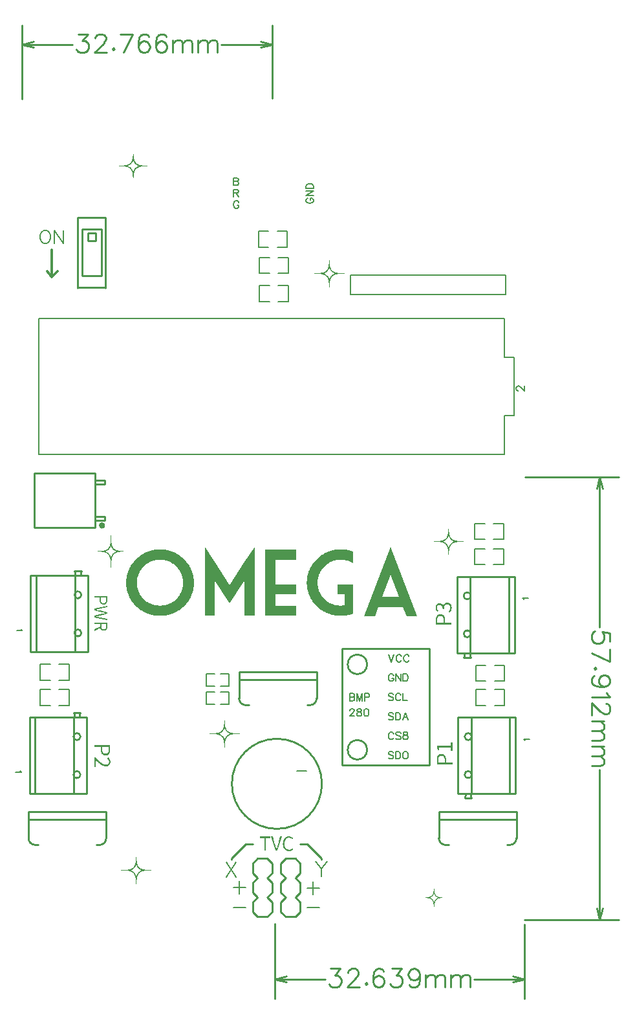
<source format=gto>
G04 Layer: TopSilkLayer*
G04 EasyEDA v6.2.46, 2019-12-15T16:49:01--8:00*
G04 3ed96cd0468347919694e972acbd498c,95dd31e7bbc04d03a1fa04b442bf807f,10*
G04 Gerber Generator version 0.2*
G04 Scale: 100 percent, Rotated: No, Reflected: No *
G04 Dimensions in millimeters *
G04 leading zeros omitted , absolute positions ,3 integer and 3 decimal *
%FSLAX33Y33*%
%MOMM*%
G90*
G71D02*

%ADD10C,0.254000*%
%ADD26C,0.203200*%
%ADD27C,0.200000*%
%ADD28C,0.199898*%
%ADD29C,0.202999*%
%ADD30C,0.299999*%
%ADD31C,0.399999*%
%ADD32C,0.152400*%
%ADD33C,0.159995*%

%LPD*%

%LPD*%
G36*
G01X53982Y5173D02*
G01X53980Y5197D01*
G01X53978Y5187D01*
G01X53976Y5147D01*
G01X53975Y5080D01*
G01X53973Y5021D01*
G01X53971Y4958D01*
G01X53969Y4894D01*
G01X53962Y4763D01*
G01X53958Y4697D01*
G01X53953Y4634D01*
G01X53949Y4574D01*
G01X53944Y4517D01*
G01X53938Y4465D01*
G01X53933Y4419D01*
G01X53917Y4315D01*
G01X53904Y4254D01*
G01X53891Y4196D01*
G01X53875Y4141D01*
G01X53858Y4089D01*
G01X53839Y4040D01*
G01X53819Y3993D01*
G01X53796Y3950D01*
G01X53770Y3909D01*
G01X53742Y3871D01*
G01X53712Y3835D01*
G01X53680Y3802D01*
G01X53645Y3771D01*
G01X53606Y3743D01*
G01X53566Y3717D01*
G01X53521Y3693D01*
G01X53474Y3671D01*
G01X53424Y3651D01*
G01X53369Y3633D01*
G01X53313Y3616D01*
G01X53251Y3602D01*
G01X53187Y3589D01*
G01X53118Y3578D01*
G01X53045Y3568D01*
G01X52969Y3560D01*
G01X52888Y3552D01*
G01X52803Y3546D01*
G01X52713Y3542D01*
G01X52625Y3537D01*
G01X52553Y3532D01*
G01X52504Y3527D01*
G01X52486Y3522D01*
G01X52505Y3517D01*
G01X52557Y3512D01*
G01X52634Y3507D01*
G01X52728Y3503D01*
G01X52821Y3498D01*
G01X52910Y3493D01*
G01X52992Y3485D01*
G01X53069Y3477D01*
G01X53142Y3467D01*
G01X53209Y3455D01*
G01X53272Y3442D01*
G01X53332Y3427D01*
G01X53387Y3411D01*
G01X53438Y3392D01*
G01X53486Y3372D01*
G01X53531Y3349D01*
G01X53573Y3325D01*
G01X53613Y3298D01*
G01X53649Y3269D01*
G01X53684Y3239D01*
G01X53712Y3210D01*
G01X53739Y3180D01*
G01X53763Y3148D01*
G01X53786Y3113D01*
G01X53807Y3076D01*
G01X53827Y3036D01*
G01X53845Y2994D01*
G01X53862Y2948D01*
G01X53877Y2899D01*
G01X53891Y2846D01*
G01X53904Y2789D01*
G01X53916Y2729D01*
G01X53926Y2664D01*
G01X53935Y2595D01*
G01X53943Y2521D01*
G01X53950Y2442D01*
G01X53956Y2358D01*
G01X53962Y2269D01*
G01X53966Y2174D01*
G01X53970Y2074D01*
G01X53979Y1769D01*
G01X53990Y2072D01*
G01X53994Y2174D01*
G01X53999Y2271D01*
G01X54005Y2361D01*
G01X54012Y2447D01*
G01X54020Y2526D01*
G01X54028Y2601D01*
G01X54038Y2672D01*
G01X54049Y2738D01*
G01X54061Y2799D01*
G01X54075Y2856D01*
G01X54089Y2910D01*
G01X54105Y2960D01*
G01X54123Y3006D01*
G01X54142Y3049D01*
G01X54162Y3089D01*
G01X54184Y3126D01*
G01X54207Y3161D01*
G01X54233Y3193D01*
G01X54259Y3223D01*
G01X54288Y3251D01*
G01X54322Y3280D01*
G01X54359Y3307D01*
G01X54398Y3332D01*
G01X54440Y3355D01*
G01X54486Y3377D01*
G01X54535Y3396D01*
G01X54587Y3414D01*
G01X54643Y3431D01*
G01X54703Y3445D01*
G01X54766Y3457D01*
G01X54835Y3469D01*
G01X54907Y3479D01*
G01X54984Y3487D01*
G01X55066Y3494D01*
G01X55153Y3499D01*
G01X55245Y3503D01*
G01X55338Y3507D01*
G01X55415Y3513D01*
G01X55467Y3518D01*
G01X55486Y3524D01*
G01X55478Y3529D01*
G01X55455Y3533D01*
G01X55421Y3535D01*
G01X55380Y3536D01*
G01X55317Y3537D01*
G01X55243Y3541D01*
G01X55162Y3546D01*
G01X55077Y3552D01*
G01X54993Y3560D01*
G01X54913Y3569D01*
G01X54840Y3578D01*
G01X54778Y3587D01*
G01X54708Y3601D01*
G01X54643Y3616D01*
G01X54581Y3634D01*
G01X54524Y3654D01*
G01X54469Y3676D01*
G01X54419Y3702D01*
G01X54372Y3730D01*
G01X54329Y3761D01*
G01X54289Y3795D01*
G01X54252Y3832D01*
G01X54218Y3872D01*
G01X54187Y3917D01*
G01X54159Y3964D01*
G01X54134Y4015D01*
G01X54111Y4071D01*
G01X54090Y4130D01*
G01X54072Y4193D01*
G01X54056Y4260D01*
G01X54043Y4332D01*
G01X54030Y4408D01*
G01X54027Y4437D01*
G01X54023Y4477D01*
G01X54019Y4525D01*
G01X54015Y4581D01*
G01X54010Y4644D01*
G01X54005Y4712D01*
G01X54001Y4784D01*
G01X53997Y4860D01*
G01X53992Y4938D01*
G01X53989Y5017D01*
G01X53985Y5096D01*
G01X53982Y5173D01*
G37*

%LPC*%
G36*
G01X54032Y3955D02*
G01X53977Y4068D01*
G01X53958Y4015D01*
G01X53939Y3966D01*
G01X53915Y3919D01*
G01X53888Y3872D01*
G01X53857Y3827D01*
G01X53823Y3785D01*
G01X53786Y3743D01*
G01X53746Y3705D01*
G01X53703Y3669D01*
G01X53659Y3636D01*
G01X53612Y3606D01*
G01X53564Y3580D01*
G01X53514Y3558D01*
G01X53439Y3527D01*
G01X53561Y3466D01*
G01X53630Y3427D01*
G01X53694Y3384D01*
G01X53753Y3335D01*
G01X53806Y3282D01*
G01X53854Y3224D01*
G01X53895Y3162D01*
G01X53930Y3097D01*
G01X53958Y3029D01*
G01X53977Y2976D01*
G01X54039Y3103D01*
G01X54072Y3164D01*
G01X54107Y3220D01*
G01X54146Y3272D01*
G01X54189Y3319D01*
G01X54236Y3361D01*
G01X54287Y3401D01*
G01X54342Y3436D01*
G01X54403Y3468D01*
G01X54524Y3527D01*
G01X54456Y3553D01*
G01X54377Y3590D01*
G01X54301Y3637D01*
G01X54229Y3694D01*
G01X54163Y3759D01*
G01X54129Y3800D01*
G01X54093Y3851D01*
G01X54059Y3904D01*
G01X54032Y3955D01*
G37*

%LPD*%
G36*
G01X14991Y9316D02*
G01X14988Y9348D01*
G01X14986Y9335D01*
G01X14983Y9281D01*
G01X14981Y9191D01*
G01X14980Y9132D01*
G01X14978Y9071D01*
G01X14976Y9007D01*
G01X14973Y8943D01*
G01X14970Y8877D01*
G01X14963Y8746D01*
G01X14959Y8681D01*
G01X14955Y8618D01*
G01X14949Y8556D01*
G01X14945Y8497D01*
G01X14940Y8441D01*
G01X14934Y8389D01*
G01X14929Y8340D01*
G01X14924Y8297D01*
G01X14918Y8258D01*
G01X14907Y8190D01*
G01X14895Y8126D01*
G01X14882Y8063D01*
G01X14867Y8004D01*
G01X14851Y7947D01*
G01X14834Y7892D01*
G01X14815Y7840D01*
G01X14795Y7790D01*
G01X14773Y7742D01*
G01X14749Y7697D01*
G01X14724Y7654D01*
G01X14697Y7613D01*
G01X14667Y7574D01*
G01X14637Y7537D01*
G01X14603Y7502D01*
G01X14568Y7469D01*
G01X14530Y7438D01*
G01X14490Y7409D01*
G01X14448Y7382D01*
G01X14403Y7356D01*
G01X14357Y7332D01*
G01X14307Y7310D01*
G01X14254Y7289D01*
G01X14199Y7269D01*
G01X14141Y7252D01*
G01X14081Y7235D01*
G01X14017Y7221D01*
G01X13950Y7207D01*
G01X13881Y7195D01*
G01X13807Y7184D01*
G01X13731Y7174D01*
G01X13652Y7165D01*
G01X13569Y7157D01*
G01X13483Y7151D01*
G01X13393Y7145D01*
G01X13299Y7140D01*
G01X13182Y7134D01*
G01X13086Y7127D01*
G01X13021Y7120D01*
G01X12997Y7114D01*
G01X13022Y7108D01*
G01X13091Y7101D01*
G01X13194Y7094D01*
G01X13319Y7088D01*
G01X13419Y7084D01*
G01X13515Y7078D01*
G01X13606Y7071D01*
G01X13692Y7063D01*
G01X13774Y7054D01*
G01X13852Y7043D01*
G01X13926Y7032D01*
G01X13995Y7019D01*
G01X14061Y7004D01*
G01X14124Y6988D01*
G01X14183Y6970D01*
G01X14239Y6951D01*
G01X14293Y6931D01*
G01X14342Y6908D01*
G01X14390Y6884D01*
G01X14435Y6858D01*
G01X14478Y6830D01*
G01X14519Y6801D01*
G01X14557Y6769D01*
G01X14594Y6736D01*
G01X14621Y6709D01*
G01X14647Y6681D01*
G01X14672Y6652D01*
G01X14695Y6621D01*
G01X14717Y6589D01*
G01X14738Y6555D01*
G01X14758Y6519D01*
G01X14777Y6482D01*
G01X14795Y6442D01*
G01X14812Y6401D01*
G01X14828Y6358D01*
G01X14843Y6311D01*
G01X14857Y6264D01*
G01X14870Y6213D01*
G01X14882Y6160D01*
G01X14894Y6104D01*
G01X14904Y6045D01*
G01X14914Y5983D01*
G01X14923Y5918D01*
G01X14932Y5851D01*
G01X14939Y5780D01*
G01X14946Y5705D01*
G01X14952Y5627D01*
G01X14958Y5546D01*
G01X14963Y5461D01*
G01X14968Y5372D01*
G01X14971Y5279D01*
G01X14975Y5183D01*
G01X14988Y4777D01*
G01X15002Y5181D01*
G01X15006Y5279D01*
G01X15010Y5373D01*
G01X15015Y5463D01*
G01X15021Y5549D01*
G01X15027Y5632D01*
G01X15034Y5711D01*
G01X15041Y5787D01*
G01X15050Y5859D01*
G01X15059Y5928D01*
G01X15068Y5993D01*
G01X15078Y6056D01*
G01X15090Y6116D01*
G01X15102Y6173D01*
G01X15115Y6227D01*
G01X15128Y6278D01*
G01X15143Y6327D01*
G01X15159Y6373D01*
G01X15175Y6418D01*
G01X15193Y6459D01*
G01X15211Y6499D01*
G01X15231Y6537D01*
G01X15251Y6573D01*
G01X15273Y6607D01*
G01X15296Y6639D01*
G01X15320Y6670D01*
G01X15345Y6698D01*
G01X15372Y6726D01*
G01X15399Y6752D01*
G01X15435Y6784D01*
G01X15473Y6813D01*
G01X15514Y6841D01*
G01X15557Y6868D01*
G01X15602Y6892D01*
G01X15650Y6915D01*
G01X15702Y6937D01*
G01X15756Y6957D01*
G01X15813Y6975D01*
G01X15872Y6992D01*
G01X15936Y7007D01*
G01X16003Y7022D01*
G01X16073Y7034D01*
G01X16147Y7046D01*
G01X16225Y7056D01*
G01X16306Y7065D01*
G01X16392Y7073D01*
G01X16482Y7079D01*
G01X16576Y7085D01*
G01X16675Y7089D01*
G01X16800Y7095D01*
G01X16902Y7102D01*
G01X16971Y7109D01*
G01X16997Y7117D01*
G01X16985Y7123D01*
G01X16955Y7128D01*
G01X16910Y7132D01*
G01X16855Y7133D01*
G01X16801Y7134D01*
G01X16740Y7136D01*
G01X16673Y7139D01*
G01X16601Y7143D01*
G01X16527Y7149D01*
G01X16452Y7155D01*
G01X16376Y7161D01*
G01X16303Y7168D01*
G01X16232Y7176D01*
G01X16166Y7184D01*
G01X16105Y7193D01*
G01X16052Y7201D01*
G01X15985Y7214D01*
G01X15921Y7227D01*
G01X15860Y7243D01*
G01X15801Y7259D01*
G01X15745Y7278D01*
G01X15692Y7298D01*
G01X15641Y7320D01*
G01X15593Y7344D01*
G01X15547Y7370D01*
G01X15503Y7397D01*
G01X15462Y7426D01*
G01X15423Y7458D01*
G01X15386Y7491D01*
G01X15351Y7528D01*
G01X15319Y7566D01*
G01X15288Y7606D01*
G01X15259Y7649D01*
G01X15232Y7694D01*
G01X15207Y7742D01*
G01X15184Y7792D01*
G01X15163Y7846D01*
G01X15143Y7901D01*
G01X15125Y7959D01*
G01X15108Y8021D01*
G01X15093Y8085D01*
G01X15079Y8152D01*
G01X15067Y8222D01*
G01X15056Y8295D01*
G01X15052Y8323D01*
G01X15048Y8359D01*
G01X15044Y8402D01*
G01X15040Y8451D01*
G01X15036Y8506D01*
G01X15032Y8566D01*
G01X15027Y8631D01*
G01X15023Y8700D01*
G01X15018Y8772D01*
G01X15013Y8847D01*
G01X15009Y8924D01*
G01X15005Y9002D01*
G01X14997Y9160D01*
G01X14991Y9316D01*
G37*

%LPC*%
G36*
G01X15058Y7691D02*
G01X14984Y7842D01*
G01X14959Y7771D01*
G01X14940Y7723D01*
G01X14918Y7674D01*
G01X14894Y7627D01*
G01X14866Y7581D01*
G01X14835Y7536D01*
G01X14802Y7493D01*
G01X14767Y7450D01*
G01X14729Y7410D01*
G01X14690Y7371D01*
G01X14648Y7333D01*
G01X14605Y7299D01*
G01X14560Y7266D01*
G01X14514Y7236D01*
G01X14466Y7208D01*
G01X14417Y7183D01*
G01X14367Y7161D01*
G01X14266Y7120D01*
G01X14431Y7038D01*
G01X14492Y7006D01*
G01X14551Y6969D01*
G01X14607Y6930D01*
G01X14660Y6887D01*
G01X14710Y6842D01*
G01X14756Y6793D01*
G01X14800Y6743D01*
G01X14839Y6690D01*
G01X14875Y6634D01*
G01X14907Y6577D01*
G01X14935Y6518D01*
G01X14959Y6457D01*
G01X14984Y6386D01*
G01X15067Y6555D01*
G01X15095Y6611D01*
G01X15126Y6662D01*
G01X15158Y6712D01*
G01X15192Y6758D01*
G01X15228Y6802D01*
G01X15267Y6843D01*
G01X15308Y6881D01*
G01X15352Y6918D01*
G01X15397Y6952D01*
G01X15446Y6983D01*
G01X15498Y7013D01*
G01X15552Y7041D01*
G01X15714Y7120D01*
G01X15624Y7155D01*
G01X15571Y7178D01*
G01X15518Y7204D01*
G01X15467Y7234D01*
G01X15416Y7268D01*
G01X15367Y7305D01*
G01X15320Y7344D01*
G01X15275Y7385D01*
G01X15232Y7430D01*
G01X15187Y7484D01*
G01X15139Y7552D01*
G01X15094Y7624D01*
G01X15058Y7691D01*
G37*

%LPD*%
G36*
G01X26552Y27175D02*
G01X26550Y27207D01*
G01X26547Y27194D01*
G01X26545Y27141D01*
G01X26543Y27051D01*
G01X26541Y26992D01*
G01X26539Y26931D01*
G01X26537Y26868D01*
G01X26535Y26803D01*
G01X26532Y26737D01*
G01X26528Y26672D01*
G01X26524Y26606D01*
G01X26520Y26541D01*
G01X26516Y26477D01*
G01X26511Y26416D01*
G01X26506Y26357D01*
G01X26501Y26301D01*
G01X26496Y26248D01*
G01X26490Y26200D01*
G01X26485Y26156D01*
G01X26480Y26118D01*
G01X26469Y26050D01*
G01X26457Y25986D01*
G01X26443Y25924D01*
G01X26429Y25864D01*
G01X26413Y25807D01*
G01X26396Y25752D01*
G01X26377Y25700D01*
G01X26357Y25650D01*
G01X26335Y25602D01*
G01X26311Y25557D01*
G01X26285Y25514D01*
G01X26258Y25473D01*
G01X26229Y25434D01*
G01X26198Y25397D01*
G01X26165Y25362D01*
G01X26129Y25329D01*
G01X26091Y25298D01*
G01X26052Y25269D01*
G01X26010Y25242D01*
G01X25965Y25216D01*
G01X25918Y25192D01*
G01X25868Y25169D01*
G01X25816Y25149D01*
G01X25761Y25129D01*
G01X25703Y25111D01*
G01X25642Y25095D01*
G01X25578Y25080D01*
G01X25512Y25067D01*
G01X25442Y25055D01*
G01X25369Y25043D01*
G01X25293Y25034D01*
G01X25213Y25025D01*
G01X25130Y25017D01*
G01X25044Y25011D01*
G01X24954Y25005D01*
G01X24861Y25000D01*
G01X24743Y24994D01*
G01X24647Y24987D01*
G01X24582Y24980D01*
G01X24558Y24974D01*
G01X24584Y24968D01*
G01X24653Y24961D01*
G01X24755Y24954D01*
G01X24880Y24948D01*
G01X24981Y24943D01*
G01X25076Y24938D01*
G01X25167Y24931D01*
G01X25254Y24923D01*
G01X25335Y24914D01*
G01X25413Y24903D01*
G01X25487Y24892D01*
G01X25557Y24878D01*
G01X25623Y24864D01*
G01X25686Y24848D01*
G01X25744Y24830D01*
G01X25801Y24811D01*
G01X25854Y24790D01*
G01X25904Y24768D01*
G01X25952Y24744D01*
G01X25996Y24718D01*
G01X26040Y24690D01*
G01X26080Y24660D01*
G01X26119Y24629D01*
G01X26156Y24595D01*
G01X26183Y24569D01*
G01X26208Y24541D01*
G01X26233Y24512D01*
G01X26256Y24481D01*
G01X26278Y24449D01*
G01X26299Y24414D01*
G01X26319Y24379D01*
G01X26338Y24342D01*
G01X26356Y24302D01*
G01X26373Y24261D01*
G01X26389Y24217D01*
G01X26404Y24172D01*
G01X26418Y24123D01*
G01X26431Y24073D01*
G01X26443Y24019D01*
G01X26455Y23963D01*
G01X26466Y23904D01*
G01X26475Y23843D01*
G01X26485Y23778D01*
G01X26493Y23710D01*
G01X26500Y23639D01*
G01X26507Y23565D01*
G01X26514Y23487D01*
G01X26520Y23406D01*
G01X26524Y23321D01*
G01X26529Y23232D01*
G01X26533Y23139D01*
G01X26536Y23042D01*
G01X26549Y22637D01*
G01X26563Y23041D01*
G01X26567Y23139D01*
G01X26571Y23233D01*
G01X26577Y23323D01*
G01X26582Y23409D01*
G01X26588Y23492D01*
G01X26595Y23571D01*
G01X26603Y23646D01*
G01X26611Y23719D01*
G01X26620Y23788D01*
G01X26629Y23853D01*
G01X26640Y23916D01*
G01X26651Y23976D01*
G01X26663Y24032D01*
G01X26676Y24086D01*
G01X26690Y24138D01*
G01X26705Y24187D01*
G01X26720Y24233D01*
G01X26737Y24277D01*
G01X26754Y24319D01*
G01X26773Y24359D01*
G01X26792Y24397D01*
G01X26813Y24432D01*
G01X26835Y24466D01*
G01X26857Y24498D01*
G01X26881Y24529D01*
G01X26906Y24558D01*
G01X26933Y24586D01*
G01X26960Y24613D01*
G01X26997Y24644D01*
G01X27035Y24673D01*
G01X27075Y24701D01*
G01X27118Y24727D01*
G01X27164Y24752D01*
G01X27212Y24775D01*
G01X27263Y24797D01*
G01X27317Y24816D01*
G01X27374Y24835D01*
G01X27434Y24852D01*
G01X27497Y24867D01*
G01X27564Y24881D01*
G01X27634Y24894D01*
G01X27708Y24906D01*
G01X27786Y24916D01*
G01X27868Y24925D01*
G01X27953Y24933D01*
G01X28043Y24939D01*
G01X28138Y24944D01*
G01X28236Y24948D01*
G01X28361Y24954D01*
G01X28463Y24962D01*
G01X28533Y24969D01*
G01X28558Y24976D01*
G01X28547Y24983D01*
G01X28517Y24988D01*
G01X28471Y24992D01*
G01X28363Y24994D01*
G01X28301Y24996D01*
G01X28234Y24999D01*
G01X28163Y25003D01*
G01X28089Y25008D01*
G01X28013Y25014D01*
G01X27938Y25021D01*
G01X27864Y25028D01*
G01X27793Y25036D01*
G01X27727Y25044D01*
G01X27667Y25053D01*
G01X27613Y25061D01*
G01X27547Y25073D01*
G01X27483Y25087D01*
G01X27421Y25102D01*
G01X27363Y25119D01*
G01X27307Y25138D01*
G01X27253Y25158D01*
G01X27202Y25180D01*
G01X27154Y25203D01*
G01X27108Y25229D01*
G01X27065Y25257D01*
G01X27023Y25286D01*
G01X26984Y25318D01*
G01X26947Y25352D01*
G01X26913Y25387D01*
G01X26880Y25425D01*
G01X26849Y25466D01*
G01X26820Y25509D01*
G01X26794Y25554D01*
G01X26769Y25602D01*
G01X26746Y25652D01*
G01X26724Y25705D01*
G01X26704Y25761D01*
G01X26686Y25819D01*
G01X26670Y25881D01*
G01X26654Y25945D01*
G01X26641Y26012D01*
G01X26628Y26082D01*
G01X26617Y26155D01*
G01X26614Y26183D01*
G01X26610Y26219D01*
G01X26606Y26262D01*
G01X26602Y26311D01*
G01X26597Y26366D01*
G01X26593Y26427D01*
G01X26589Y26491D01*
G01X26584Y26560D01*
G01X26580Y26632D01*
G01X26575Y26707D01*
G01X26570Y26783D01*
G01X26566Y26862D01*
G01X26562Y26940D01*
G01X26559Y27020D01*
G01X26555Y27098D01*
G01X26552Y27175D01*
G37*

%LPC*%
G36*
G01X26619Y25551D02*
G01X26546Y25702D01*
G01X26521Y25631D01*
G01X26502Y25582D01*
G01X26480Y25534D01*
G01X26455Y25487D01*
G01X26427Y25441D01*
G01X26397Y25396D01*
G01X26364Y25352D01*
G01X26328Y25310D01*
G01X26291Y25269D01*
G01X26251Y25230D01*
G01X26210Y25193D01*
G01X26166Y25159D01*
G01X26121Y25126D01*
G01X26075Y25096D01*
G01X26027Y25068D01*
G01X25978Y25043D01*
G01X25928Y25021D01*
G01X25828Y24980D01*
G01X25992Y24898D01*
G01X26053Y24866D01*
G01X26112Y24829D01*
G01X26168Y24790D01*
G01X26221Y24747D01*
G01X26271Y24702D01*
G01X26318Y24654D01*
G01X26361Y24603D01*
G01X26401Y24550D01*
G01X26437Y24494D01*
G01X26469Y24437D01*
G01X26497Y24377D01*
G01X26521Y24316D01*
G01X26546Y24246D01*
G01X26628Y24415D01*
G01X26657Y24470D01*
G01X26687Y24522D01*
G01X26719Y24571D01*
G01X26753Y24618D01*
G01X26790Y24661D01*
G01X26829Y24703D01*
G01X26870Y24741D01*
G01X26913Y24778D01*
G01X26959Y24812D01*
G01X27008Y24844D01*
G01X27059Y24873D01*
G01X27113Y24901D01*
G01X27276Y24979D01*
G01X27185Y25015D01*
G01X27132Y25038D01*
G01X27079Y25064D01*
G01X27028Y25095D01*
G01X26977Y25128D01*
G01X26929Y25164D01*
G01X26881Y25203D01*
G01X26836Y25245D01*
G01X26793Y25289D01*
G01X26748Y25344D01*
G01X26700Y25412D01*
G01X26655Y25484D01*
G01X26619Y25551D01*
G37*

%LPD*%
G36*
G01X55889Y52321D02*
G01X55887Y52353D01*
G01X55884Y52340D01*
G01X55882Y52287D01*
G01X55880Y52197D01*
G01X55878Y52138D01*
G01X55876Y52077D01*
G01X55874Y52014D01*
G01X55872Y51949D01*
G01X55869Y51883D01*
G01X55865Y51818D01*
G01X55861Y51752D01*
G01X55857Y51687D01*
G01X55853Y51623D01*
G01X55848Y51562D01*
G01X55843Y51503D01*
G01X55838Y51447D01*
G01X55833Y51394D01*
G01X55827Y51346D01*
G01X55822Y51302D01*
G01X55817Y51264D01*
G01X55806Y51196D01*
G01X55794Y51132D01*
G01X55780Y51070D01*
G01X55766Y51010D01*
G01X55750Y50953D01*
G01X55733Y50898D01*
G01X55714Y50846D01*
G01X55694Y50796D01*
G01X55672Y50748D01*
G01X55648Y50703D01*
G01X55622Y50660D01*
G01X55595Y50619D01*
G01X55566Y50580D01*
G01X55535Y50543D01*
G01X55502Y50508D01*
G01X55466Y50475D01*
G01X55428Y50444D01*
G01X55389Y50415D01*
G01X55347Y50388D01*
G01X55302Y50362D01*
G01X55255Y50338D01*
G01X55205Y50315D01*
G01X55153Y50295D01*
G01X55098Y50275D01*
G01X55040Y50257D01*
G01X54979Y50241D01*
G01X54915Y50226D01*
G01X54849Y50213D01*
G01X54779Y50201D01*
G01X54706Y50189D01*
G01X54630Y50180D01*
G01X54550Y50171D01*
G01X54467Y50163D01*
G01X54381Y50157D01*
G01X54291Y50151D01*
G01X54198Y50146D01*
G01X54080Y50140D01*
G01X53984Y50133D01*
G01X53919Y50126D01*
G01X53895Y50120D01*
G01X53921Y50114D01*
G01X53990Y50107D01*
G01X54092Y50100D01*
G01X54217Y50094D01*
G01X54318Y50089D01*
G01X54413Y50084D01*
G01X54504Y50077D01*
G01X54591Y50069D01*
G01X54672Y50060D01*
G01X54750Y50049D01*
G01X54824Y50038D01*
G01X54894Y50024D01*
G01X54960Y50010D01*
G01X55023Y49994D01*
G01X55081Y49976D01*
G01X55138Y49957D01*
G01X55191Y49936D01*
G01X55241Y49914D01*
G01X55289Y49890D01*
G01X55333Y49864D01*
G01X55377Y49836D01*
G01X55417Y49806D01*
G01X55456Y49775D01*
G01X55493Y49741D01*
G01X55520Y49715D01*
G01X55545Y49687D01*
G01X55570Y49658D01*
G01X55593Y49627D01*
G01X55615Y49595D01*
G01X55636Y49560D01*
G01X55656Y49525D01*
G01X55675Y49488D01*
G01X55693Y49448D01*
G01X55710Y49407D01*
G01X55726Y49363D01*
G01X55741Y49318D01*
G01X55755Y49269D01*
G01X55768Y49219D01*
G01X55780Y49165D01*
G01X55792Y49109D01*
G01X55803Y49050D01*
G01X55812Y48989D01*
G01X55822Y48924D01*
G01X55830Y48856D01*
G01X55837Y48785D01*
G01X55844Y48711D01*
G01X55851Y48633D01*
G01X55857Y48552D01*
G01X55861Y48467D01*
G01X55866Y48378D01*
G01X55870Y48285D01*
G01X55873Y48188D01*
G01X55886Y47783D01*
G01X55900Y48187D01*
G01X55904Y48285D01*
G01X55908Y48379D01*
G01X55914Y48469D01*
G01X55919Y48555D01*
G01X55925Y48638D01*
G01X55932Y48717D01*
G01X55940Y48792D01*
G01X55948Y48865D01*
G01X55957Y48934D01*
G01X55966Y48999D01*
G01X55977Y49062D01*
G01X55988Y49122D01*
G01X56000Y49178D01*
G01X56013Y49232D01*
G01X56027Y49284D01*
G01X56042Y49333D01*
G01X56057Y49379D01*
G01X56074Y49423D01*
G01X56091Y49465D01*
G01X56110Y49505D01*
G01X56129Y49543D01*
G01X56150Y49578D01*
G01X56172Y49612D01*
G01X56194Y49644D01*
G01X56218Y49675D01*
G01X56243Y49704D01*
G01X56270Y49732D01*
G01X56297Y49759D01*
G01X56334Y49790D01*
G01X56372Y49819D01*
G01X56412Y49847D01*
G01X56455Y49873D01*
G01X56501Y49898D01*
G01X56549Y49921D01*
G01X56600Y49943D01*
G01X56654Y49962D01*
G01X56711Y49981D01*
G01X56771Y49998D01*
G01X56834Y50013D01*
G01X56901Y50027D01*
G01X56971Y50040D01*
G01X57045Y50052D01*
G01X57123Y50062D01*
G01X57205Y50071D01*
G01X57290Y50079D01*
G01X57380Y50085D01*
G01X57475Y50090D01*
G01X57573Y50094D01*
G01X57698Y50100D01*
G01X57800Y50108D01*
G01X57870Y50115D01*
G01X57895Y50122D01*
G01X57884Y50129D01*
G01X57854Y50134D01*
G01X57808Y50138D01*
G01X57700Y50140D01*
G01X57638Y50142D01*
G01X57571Y50145D01*
G01X57500Y50149D01*
G01X57426Y50154D01*
G01X57350Y50160D01*
G01X57275Y50167D01*
G01X57201Y50174D01*
G01X57130Y50182D01*
G01X57064Y50190D01*
G01X57004Y50199D01*
G01X56950Y50207D01*
G01X56884Y50219D01*
G01X56820Y50233D01*
G01X56758Y50248D01*
G01X56700Y50265D01*
G01X56644Y50284D01*
G01X56590Y50304D01*
G01X56539Y50326D01*
G01X56491Y50349D01*
G01X56445Y50375D01*
G01X56402Y50403D01*
G01X56360Y50432D01*
G01X56321Y50464D01*
G01X56284Y50498D01*
G01X56250Y50533D01*
G01X56217Y50571D01*
G01X56186Y50612D01*
G01X56157Y50655D01*
G01X56131Y50700D01*
G01X56106Y50748D01*
G01X56083Y50798D01*
G01X56061Y50851D01*
G01X56041Y50907D01*
G01X56023Y50965D01*
G01X56007Y51027D01*
G01X55991Y51091D01*
G01X55978Y51158D01*
G01X55965Y51228D01*
G01X55954Y51301D01*
G01X55951Y51329D01*
G01X55947Y51365D01*
G01X55943Y51408D01*
G01X55939Y51457D01*
G01X55934Y51512D01*
G01X55930Y51573D01*
G01X55926Y51637D01*
G01X55921Y51706D01*
G01X55917Y51778D01*
G01X55912Y51853D01*
G01X55907Y51929D01*
G01X55903Y52008D01*
G01X55899Y52086D01*
G01X55896Y52166D01*
G01X55892Y52244D01*
G01X55889Y52321D01*
G37*

%LPC*%
G36*
G01X55956Y50697D02*
G01X55883Y50848D01*
G01X55858Y50777D01*
G01X55839Y50728D01*
G01X55817Y50680D01*
G01X55792Y50633D01*
G01X55764Y50587D01*
G01X55734Y50542D01*
G01X55701Y50498D01*
G01X55665Y50456D01*
G01X55628Y50415D01*
G01X55588Y50376D01*
G01X55547Y50339D01*
G01X55503Y50305D01*
G01X55458Y50272D01*
G01X55412Y50242D01*
G01X55364Y50214D01*
G01X55315Y50189D01*
G01X55265Y50167D01*
G01X55165Y50126D01*
G01X55329Y50044D01*
G01X55390Y50012D01*
G01X55449Y49975D01*
G01X55505Y49936D01*
G01X55558Y49893D01*
G01X55608Y49848D01*
G01X55655Y49800D01*
G01X55698Y49749D01*
G01X55738Y49696D01*
G01X55774Y49640D01*
G01X55806Y49583D01*
G01X55834Y49523D01*
G01X55858Y49462D01*
G01X55883Y49392D01*
G01X55965Y49561D01*
G01X55994Y49616D01*
G01X56024Y49668D01*
G01X56056Y49717D01*
G01X56090Y49764D01*
G01X56127Y49807D01*
G01X56166Y49849D01*
G01X56207Y49887D01*
G01X56250Y49924D01*
G01X56296Y49958D01*
G01X56345Y49990D01*
G01X56396Y50019D01*
G01X56450Y50047D01*
G01X56613Y50125D01*
G01X56522Y50161D01*
G01X56469Y50184D01*
G01X56416Y50210D01*
G01X56365Y50241D01*
G01X56314Y50274D01*
G01X56266Y50310D01*
G01X56218Y50349D01*
G01X56173Y50391D01*
G01X56130Y50435D01*
G01X56085Y50490D01*
G01X56037Y50558D01*
G01X55992Y50630D01*
G01X55956Y50697D01*
G37*

%LPD*%
G36*
G01X11677Y51020D02*
G01X11675Y51052D01*
G01X11672Y51039D01*
G01X11670Y50985D01*
G01X11668Y50896D01*
G01X11667Y50837D01*
G01X11665Y50776D01*
G01X11663Y50712D01*
G01X11660Y50648D01*
G01X11657Y50582D01*
G01X11650Y50451D01*
G01X11645Y50386D01*
G01X11641Y50322D01*
G01X11636Y50261D01*
G01X11632Y50202D01*
G01X11627Y50146D01*
G01X11621Y50093D01*
G01X11616Y50045D01*
G01X11610Y50001D01*
G01X11605Y49963D01*
G01X11594Y49895D01*
G01X11582Y49831D01*
G01X11569Y49768D01*
G01X11554Y49709D01*
G01X11538Y49652D01*
G01X11521Y49597D01*
G01X11502Y49545D01*
G01X11482Y49495D01*
G01X11460Y49447D01*
G01X11436Y49402D01*
G01X11411Y49359D01*
G01X11384Y49318D01*
G01X11354Y49279D01*
G01X11323Y49242D01*
G01X11290Y49207D01*
G01X11255Y49174D01*
G01X11217Y49143D01*
G01X11177Y49114D01*
G01X11135Y49087D01*
G01X11090Y49061D01*
G01X11043Y49037D01*
G01X10994Y49014D01*
G01X10941Y48994D01*
G01X10886Y48974D01*
G01X10828Y48956D01*
G01X10768Y48940D01*
G01X10704Y48925D01*
G01X10637Y48912D01*
G01X10567Y48900D01*
G01X10494Y48888D01*
G01X10418Y48879D01*
G01X10339Y48870D01*
G01X10256Y48862D01*
G01X10170Y48855D01*
G01X10080Y48850D01*
G01X9986Y48845D01*
G01X9869Y48839D01*
G01X9772Y48832D01*
G01X9707Y48825D01*
G01X9684Y48819D01*
G01X9709Y48813D01*
G01X9778Y48806D01*
G01X9881Y48798D01*
G01X10006Y48793D01*
G01X10106Y48788D01*
G01X10202Y48783D01*
G01X10293Y48776D01*
G01X10379Y48768D01*
G01X10461Y48759D01*
G01X10539Y48748D01*
G01X10613Y48737D01*
G01X10682Y48723D01*
G01X10748Y48709D01*
G01X10811Y48693D01*
G01X10870Y48675D01*
G01X10926Y48656D01*
G01X10979Y48635D01*
G01X11029Y48613D01*
G01X11077Y48589D01*
G01X11122Y48563D01*
G01X11165Y48535D01*
G01X11205Y48505D01*
G01X11244Y48474D01*
G01X11281Y48440D01*
G01X11308Y48414D01*
G01X11333Y48385D01*
G01X11358Y48357D01*
G01X11382Y48326D01*
G01X11404Y48294D01*
G01X11425Y48260D01*
G01X11445Y48224D01*
G01X11464Y48187D01*
G01X11482Y48147D01*
G01X11499Y48106D01*
G01X11514Y48062D01*
G01X11530Y48016D01*
G01X11544Y47968D01*
G01X11557Y47918D01*
G01X11569Y47864D01*
G01X11580Y47808D01*
G01X11591Y47749D01*
G01X11601Y47687D01*
G01X11610Y47623D01*
G01X11618Y47555D01*
G01X11626Y47484D01*
G01X11633Y47410D01*
G01X11639Y47332D01*
G01X11645Y47251D01*
G01X11650Y47165D01*
G01X11655Y47077D01*
G01X11658Y46984D01*
G01X11662Y46887D01*
G01X11674Y46482D01*
G01X11689Y46886D01*
G01X11693Y46984D01*
G01X11697Y47078D01*
G01X11702Y47168D01*
G01X11708Y47254D01*
G01X11714Y47337D01*
G01X11721Y47416D01*
G01X11728Y47491D01*
G01X11736Y47564D01*
G01X11745Y47632D01*
G01X11755Y47698D01*
G01X11765Y47761D01*
G01X11776Y47821D01*
G01X11789Y47877D01*
G01X11801Y47931D01*
G01X11815Y47983D01*
G01X11830Y48031D01*
G01X11846Y48078D01*
G01X11862Y48122D01*
G01X11880Y48164D01*
G01X11898Y48204D01*
G01X11918Y48242D01*
G01X11938Y48277D01*
G01X11960Y48311D01*
G01X11983Y48343D01*
G01X12007Y48374D01*
G01X12032Y48403D01*
G01X12058Y48431D01*
G01X12086Y48457D01*
G01X12122Y48489D01*
G01X12160Y48518D01*
G01X12201Y48546D01*
G01X12244Y48572D01*
G01X12289Y48597D01*
G01X12337Y48620D01*
G01X12389Y48642D01*
G01X12442Y48661D01*
G01X12499Y48680D01*
G01X12559Y48696D01*
G01X12623Y48712D01*
G01X12689Y48726D01*
G01X12760Y48739D01*
G01X12834Y48751D01*
G01X12911Y48761D01*
G01X12993Y48770D01*
G01X13079Y48778D01*
G01X13169Y48784D01*
G01X13263Y48789D01*
G01X13361Y48793D01*
G01X13486Y48800D01*
G01X13589Y48807D01*
G01X13658Y48814D01*
G01X13683Y48821D01*
G01X13672Y48828D01*
G01X13642Y48833D01*
G01X13597Y48837D01*
G01X13542Y48838D01*
G01X13488Y48839D01*
G01X13426Y48841D01*
G01X13360Y48844D01*
G01X13288Y48848D01*
G01X13214Y48853D01*
G01X13139Y48859D01*
G01X13063Y48866D01*
G01X12990Y48873D01*
G01X12919Y48881D01*
G01X12852Y48889D01*
G01X12792Y48898D01*
G01X12739Y48906D01*
G01X12672Y48918D01*
G01X12608Y48932D01*
G01X12547Y48947D01*
G01X12488Y48964D01*
G01X12432Y48983D01*
G01X12379Y49003D01*
G01X12328Y49025D01*
G01X12279Y49048D01*
G01X12234Y49074D01*
G01X12190Y49102D01*
G01X12149Y49131D01*
G01X12110Y49163D01*
G01X12073Y49196D01*
G01X12038Y49232D01*
G01X12006Y49270D01*
G01X11975Y49311D01*
G01X11946Y49354D01*
G01X11919Y49399D01*
G01X11894Y49447D01*
G01X11871Y49497D01*
G01X11850Y49550D01*
G01X11830Y49606D01*
G01X11812Y49664D01*
G01X11795Y49726D01*
G01X11780Y49790D01*
G01X11766Y49857D01*
G01X11754Y49927D01*
G01X11742Y50000D01*
G01X11739Y50028D01*
G01X11735Y50064D01*
G01X11731Y50107D01*
G01X11727Y50156D01*
G01X11723Y50211D01*
G01X11719Y50271D01*
G01X11714Y50336D01*
G01X11709Y50405D01*
G01X11705Y50477D01*
G01X11700Y50552D01*
G01X11696Y50628D01*
G01X11692Y50707D01*
G01X11688Y50785D01*
G01X11684Y50865D01*
G01X11680Y50943D01*
G01X11677Y51020D01*
G37*

%LPC*%
G36*
G01X11744Y49396D02*
G01X11671Y49547D01*
G01X11646Y49476D01*
G01X11627Y49427D01*
G01X11605Y49379D01*
G01X11580Y49332D01*
G01X11552Y49286D01*
G01X11522Y49241D01*
G01X11489Y49197D01*
G01X11454Y49155D01*
G01X11416Y49114D01*
G01X11377Y49075D01*
G01X11335Y49038D01*
G01X11292Y49004D01*
G01X11247Y48971D01*
G01X11200Y48941D01*
G01X11153Y48913D01*
G01X11104Y48888D01*
G01X11054Y48866D01*
G01X10953Y48824D01*
G01X11118Y48743D01*
G01X11179Y48711D01*
G01X11237Y48674D01*
G01X11294Y48634D01*
G01X11347Y48592D01*
G01X11396Y48547D01*
G01X11443Y48498D01*
G01X11486Y48447D01*
G01X11526Y48395D01*
G01X11562Y48339D01*
G01X11594Y48282D01*
G01X11622Y48222D01*
G01X11646Y48161D01*
G01X11671Y48091D01*
G01X11754Y48260D01*
G01X11782Y48315D01*
G01X11813Y48367D01*
G01X11845Y48416D01*
G01X11879Y48463D01*
G01X11915Y48506D01*
G01X11954Y48548D01*
G01X11995Y48586D01*
G01X12039Y48623D01*
G01X12084Y48657D01*
G01X12133Y48688D01*
G01X12184Y48718D01*
G01X12239Y48746D01*
G01X12401Y48824D01*
G01X12310Y48860D01*
G01X12258Y48883D01*
G01X12205Y48909D01*
G01X12153Y48939D01*
G01X12103Y48973D01*
G01X12054Y49009D01*
G01X12007Y49048D01*
G01X11961Y49090D01*
G01X11919Y49134D01*
G01X11874Y49189D01*
G01X11826Y49257D01*
G01X11781Y49328D01*
G01X11744Y49396D01*
G37*

%LPD*%
G36*
G01X14598Y101439D02*
G01X14596Y101471D01*
G01X14593Y101458D01*
G01X14591Y101404D01*
G01X14589Y101315D01*
G01X14588Y101256D01*
G01X14586Y101195D01*
G01X14584Y101131D01*
G01X14581Y101067D01*
G01X14578Y101001D01*
G01X14571Y100870D01*
G01X14566Y100805D01*
G01X14562Y100741D01*
G01X14557Y100680D01*
G01X14553Y100621D01*
G01X14548Y100565D01*
G01X14542Y100512D01*
G01X14537Y100464D01*
G01X14531Y100420D01*
G01X14526Y100382D01*
G01X14515Y100314D01*
G01X14503Y100250D01*
G01X14490Y100187D01*
G01X14475Y100128D01*
G01X14459Y100071D01*
G01X14442Y100016D01*
G01X14423Y99964D01*
G01X14403Y99914D01*
G01X14381Y99866D01*
G01X14357Y99821D01*
G01X14332Y99778D01*
G01X14305Y99737D01*
G01X14275Y99698D01*
G01X14244Y99661D01*
G01X14211Y99626D01*
G01X14176Y99593D01*
G01X14138Y99562D01*
G01X14098Y99533D01*
G01X14056Y99506D01*
G01X14011Y99480D01*
G01X13964Y99456D01*
G01X13915Y99433D01*
G01X13862Y99413D01*
G01X13807Y99393D01*
G01X13749Y99375D01*
G01X13689Y99359D01*
G01X13625Y99344D01*
G01X13558Y99331D01*
G01X13488Y99319D01*
G01X13415Y99307D01*
G01X13339Y99298D01*
G01X13260Y99289D01*
G01X13177Y99281D01*
G01X13091Y99274D01*
G01X13001Y99269D01*
G01X12907Y99264D01*
G01X12790Y99258D01*
G01X12693Y99251D01*
G01X12628Y99244D01*
G01X12605Y99238D01*
G01X12630Y99232D01*
G01X12699Y99225D01*
G01X12802Y99217D01*
G01X12927Y99212D01*
G01X13027Y99207D01*
G01X13123Y99202D01*
G01X13214Y99195D01*
G01X13300Y99187D01*
G01X13382Y99178D01*
G01X13460Y99167D01*
G01X13534Y99156D01*
G01X13603Y99142D01*
G01X13669Y99128D01*
G01X13732Y99112D01*
G01X13791Y99094D01*
G01X13847Y99075D01*
G01X13900Y99054D01*
G01X13950Y99032D01*
G01X13998Y99008D01*
G01X14043Y98982D01*
G01X14086Y98954D01*
G01X14126Y98924D01*
G01X14165Y98893D01*
G01X14202Y98859D01*
G01X14229Y98833D01*
G01X14254Y98804D01*
G01X14279Y98776D01*
G01X14303Y98745D01*
G01X14325Y98713D01*
G01X14346Y98679D01*
G01X14366Y98643D01*
G01X14385Y98606D01*
G01X14403Y98566D01*
G01X14420Y98525D01*
G01X14435Y98481D01*
G01X14451Y98435D01*
G01X14465Y98387D01*
G01X14478Y98337D01*
G01X14490Y98283D01*
G01X14501Y98227D01*
G01X14512Y98168D01*
G01X14522Y98106D01*
G01X14531Y98042D01*
G01X14539Y97974D01*
G01X14547Y97903D01*
G01X14554Y97829D01*
G01X14560Y97751D01*
G01X14566Y97670D01*
G01X14571Y97584D01*
G01X14576Y97496D01*
G01X14579Y97403D01*
G01X14583Y97306D01*
G01X14595Y96901D01*
G01X14610Y97305D01*
G01X14614Y97403D01*
G01X14618Y97497D01*
G01X14623Y97587D01*
G01X14629Y97673D01*
G01X14635Y97756D01*
G01X14642Y97835D01*
G01X14649Y97910D01*
G01X14657Y97983D01*
G01X14666Y98051D01*
G01X14676Y98117D01*
G01X14686Y98180D01*
G01X14697Y98240D01*
G01X14710Y98296D01*
G01X14722Y98350D01*
G01X14736Y98402D01*
G01X14751Y98450D01*
G01X14767Y98497D01*
G01X14783Y98541D01*
G01X14801Y98583D01*
G01X14819Y98623D01*
G01X14839Y98661D01*
G01X14859Y98696D01*
G01X14881Y98730D01*
G01X14904Y98762D01*
G01X14928Y98793D01*
G01X14953Y98822D01*
G01X14979Y98850D01*
G01X15007Y98876D01*
G01X15043Y98908D01*
G01X15081Y98937D01*
G01X15122Y98965D01*
G01X15165Y98991D01*
G01X15210Y99016D01*
G01X15258Y99039D01*
G01X15310Y99061D01*
G01X15363Y99080D01*
G01X15420Y99099D01*
G01X15480Y99115D01*
G01X15544Y99131D01*
G01X15610Y99145D01*
G01X15681Y99158D01*
G01X15755Y99170D01*
G01X15832Y99180D01*
G01X15914Y99189D01*
G01X16000Y99197D01*
G01X16090Y99203D01*
G01X16184Y99208D01*
G01X16282Y99212D01*
G01X16407Y99219D01*
G01X16510Y99226D01*
G01X16579Y99233D01*
G01X16604Y99240D01*
G01X16593Y99247D01*
G01X16563Y99252D01*
G01X16518Y99256D01*
G01X16463Y99257D01*
G01X16409Y99258D01*
G01X16347Y99260D01*
G01X16281Y99263D01*
G01X16209Y99267D01*
G01X16135Y99272D01*
G01X16060Y99278D01*
G01X15984Y99285D01*
G01X15911Y99292D01*
G01X15840Y99300D01*
G01X15773Y99308D01*
G01X15713Y99317D01*
G01X15660Y99325D01*
G01X15593Y99337D01*
G01X15529Y99351D01*
G01X15468Y99366D01*
G01X15409Y99383D01*
G01X15353Y99402D01*
G01X15300Y99422D01*
G01X15249Y99444D01*
G01X15200Y99467D01*
G01X15155Y99493D01*
G01X15111Y99521D01*
G01X15070Y99550D01*
G01X15031Y99582D01*
G01X14994Y99615D01*
G01X14959Y99651D01*
G01X14927Y99689D01*
G01X14896Y99730D01*
G01X14867Y99773D01*
G01X14840Y99818D01*
G01X14815Y99866D01*
G01X14792Y99916D01*
G01X14771Y99969D01*
G01X14751Y100025D01*
G01X14733Y100083D01*
G01X14716Y100145D01*
G01X14701Y100209D01*
G01X14687Y100276D01*
G01X14675Y100346D01*
G01X14663Y100419D01*
G01X14660Y100447D01*
G01X14656Y100483D01*
G01X14652Y100526D01*
G01X14648Y100575D01*
G01X14644Y100630D01*
G01X14640Y100690D01*
G01X14635Y100755D01*
G01X14630Y100824D01*
G01X14626Y100896D01*
G01X14621Y100971D01*
G01X14617Y101047D01*
G01X14613Y101126D01*
G01X14609Y101204D01*
G01X14605Y101284D01*
G01X14601Y101362D01*
G01X14598Y101439D01*
G37*

%LPC*%
G36*
G01X14665Y99815D02*
G01X14592Y99966D01*
G01X14567Y99895D01*
G01X14548Y99846D01*
G01X14526Y99798D01*
G01X14501Y99751D01*
G01X14473Y99705D01*
G01X14443Y99660D01*
G01X14410Y99616D01*
G01X14375Y99574D01*
G01X14337Y99533D01*
G01X14298Y99494D01*
G01X14256Y99457D01*
G01X14213Y99423D01*
G01X14168Y99390D01*
G01X14121Y99360D01*
G01X14074Y99332D01*
G01X14025Y99307D01*
G01X13975Y99285D01*
G01X13874Y99243D01*
G01X14039Y99162D01*
G01X14100Y99130D01*
G01X14158Y99093D01*
G01X14215Y99053D01*
G01X14268Y99011D01*
G01X14317Y98966D01*
G01X14364Y98917D01*
G01X14407Y98866D01*
G01X14447Y98814D01*
G01X14483Y98758D01*
G01X14515Y98701D01*
G01X14543Y98641D01*
G01X14567Y98580D01*
G01X14592Y98510D01*
G01X14675Y98679D01*
G01X14703Y98734D01*
G01X14734Y98786D01*
G01X14766Y98835D01*
G01X14800Y98882D01*
G01X14836Y98925D01*
G01X14875Y98967D01*
G01X14916Y99005D01*
G01X14960Y99042D01*
G01X15005Y99076D01*
G01X15054Y99107D01*
G01X15105Y99137D01*
G01X15160Y99165D01*
G01X15322Y99243D01*
G01X15231Y99279D01*
G01X15179Y99302D01*
G01X15126Y99328D01*
G01X15074Y99358D01*
G01X15024Y99392D01*
G01X14975Y99428D01*
G01X14928Y99467D01*
G01X14882Y99509D01*
G01X14840Y99553D01*
G01X14795Y99608D01*
G01X14747Y99676D01*
G01X14702Y99747D01*
G01X14665Y99815D01*
G37*

%LPD*%
G36*
G01X40268Y87373D02*
G01X40266Y87405D01*
G01X40263Y87392D01*
G01X40261Y87339D01*
G01X40259Y87249D01*
G01X40257Y87190D01*
G01X40255Y87129D01*
G01X40253Y87066D01*
G01X40251Y87001D01*
G01X40248Y86935D01*
G01X40244Y86870D01*
G01X40240Y86804D01*
G01X40236Y86739D01*
G01X40232Y86675D01*
G01X40227Y86614D01*
G01X40222Y86555D01*
G01X40217Y86499D01*
G01X40212Y86446D01*
G01X40206Y86398D01*
G01X40201Y86354D01*
G01X40196Y86316D01*
G01X40185Y86248D01*
G01X40173Y86184D01*
G01X40159Y86122D01*
G01X40145Y86062D01*
G01X40129Y86005D01*
G01X40112Y85950D01*
G01X40093Y85898D01*
G01X40073Y85848D01*
G01X40051Y85800D01*
G01X40027Y85755D01*
G01X40001Y85712D01*
G01X39974Y85671D01*
G01X39945Y85632D01*
G01X39914Y85595D01*
G01X39881Y85560D01*
G01X39845Y85527D01*
G01X39807Y85496D01*
G01X39768Y85467D01*
G01X39726Y85440D01*
G01X39681Y85414D01*
G01X39634Y85390D01*
G01X39584Y85367D01*
G01X39532Y85347D01*
G01X39477Y85327D01*
G01X39419Y85309D01*
G01X39358Y85293D01*
G01X39294Y85278D01*
G01X39228Y85265D01*
G01X39158Y85253D01*
G01X39085Y85241D01*
G01X39009Y85232D01*
G01X38929Y85223D01*
G01X38846Y85215D01*
G01X38760Y85209D01*
G01X38670Y85203D01*
G01X38577Y85198D01*
G01X38459Y85192D01*
G01X38363Y85185D01*
G01X38298Y85178D01*
G01X38274Y85172D01*
G01X38300Y85166D01*
G01X38369Y85159D01*
G01X38471Y85152D01*
G01X38596Y85146D01*
G01X38697Y85141D01*
G01X38792Y85136D01*
G01X38883Y85129D01*
G01X38970Y85121D01*
G01X39051Y85112D01*
G01X39129Y85101D01*
G01X39203Y85090D01*
G01X39273Y85076D01*
G01X39339Y85062D01*
G01X39402Y85046D01*
G01X39460Y85028D01*
G01X39517Y85009D01*
G01X39570Y84988D01*
G01X39620Y84966D01*
G01X39668Y84942D01*
G01X39712Y84916D01*
G01X39756Y84888D01*
G01X39796Y84858D01*
G01X39835Y84827D01*
G01X39872Y84793D01*
G01X39899Y84767D01*
G01X39924Y84739D01*
G01X39949Y84710D01*
G01X39972Y84679D01*
G01X39994Y84647D01*
G01X40015Y84612D01*
G01X40035Y84577D01*
G01X40054Y84540D01*
G01X40072Y84500D01*
G01X40089Y84459D01*
G01X40105Y84415D01*
G01X40120Y84370D01*
G01X40134Y84321D01*
G01X40147Y84271D01*
G01X40159Y84217D01*
G01X40171Y84161D01*
G01X40182Y84102D01*
G01X40191Y84041D01*
G01X40201Y83976D01*
G01X40209Y83908D01*
G01X40216Y83837D01*
G01X40223Y83763D01*
G01X40230Y83685D01*
G01X40236Y83604D01*
G01X40240Y83519D01*
G01X40245Y83430D01*
G01X40249Y83337D01*
G01X40252Y83240D01*
G01X40265Y82835D01*
G01X40279Y83239D01*
G01X40283Y83337D01*
G01X40287Y83431D01*
G01X40293Y83521D01*
G01X40298Y83607D01*
G01X40304Y83690D01*
G01X40311Y83769D01*
G01X40319Y83844D01*
G01X40327Y83917D01*
G01X40336Y83986D01*
G01X40345Y84051D01*
G01X40356Y84114D01*
G01X40367Y84174D01*
G01X40379Y84230D01*
G01X40392Y84284D01*
G01X40406Y84336D01*
G01X40421Y84385D01*
G01X40436Y84431D01*
G01X40453Y84475D01*
G01X40470Y84517D01*
G01X40489Y84557D01*
G01X40508Y84595D01*
G01X40529Y84630D01*
G01X40551Y84664D01*
G01X40573Y84696D01*
G01X40597Y84727D01*
G01X40622Y84756D01*
G01X40649Y84784D01*
G01X40676Y84811D01*
G01X40713Y84842D01*
G01X40751Y84871D01*
G01X40791Y84899D01*
G01X40834Y84925D01*
G01X40880Y84950D01*
G01X40928Y84973D01*
G01X40979Y84995D01*
G01X41033Y85014D01*
G01X41090Y85033D01*
G01X41150Y85050D01*
G01X41213Y85065D01*
G01X41280Y85079D01*
G01X41350Y85092D01*
G01X41424Y85104D01*
G01X41502Y85114D01*
G01X41584Y85123D01*
G01X41669Y85131D01*
G01X41759Y85137D01*
G01X41854Y85142D01*
G01X41952Y85146D01*
G01X42077Y85152D01*
G01X42179Y85160D01*
G01X42249Y85167D01*
G01X42274Y85174D01*
G01X42263Y85181D01*
G01X42233Y85186D01*
G01X42187Y85190D01*
G01X42079Y85192D01*
G01X42017Y85194D01*
G01X41950Y85197D01*
G01X41879Y85201D01*
G01X41805Y85206D01*
G01X41729Y85212D01*
G01X41654Y85219D01*
G01X41580Y85226D01*
G01X41509Y85234D01*
G01X41443Y85242D01*
G01X41383Y85251D01*
G01X41329Y85259D01*
G01X41263Y85271D01*
G01X41199Y85285D01*
G01X41137Y85300D01*
G01X41079Y85317D01*
G01X41023Y85336D01*
G01X40969Y85356D01*
G01X40918Y85378D01*
G01X40870Y85401D01*
G01X40824Y85427D01*
G01X40781Y85455D01*
G01X40739Y85484D01*
G01X40700Y85516D01*
G01X40663Y85550D01*
G01X40629Y85585D01*
G01X40596Y85623D01*
G01X40565Y85664D01*
G01X40536Y85707D01*
G01X40510Y85752D01*
G01X40485Y85800D01*
G01X40462Y85850D01*
G01X40440Y85903D01*
G01X40420Y85959D01*
G01X40402Y86017D01*
G01X40386Y86079D01*
G01X40370Y86143D01*
G01X40357Y86210D01*
G01X40344Y86280D01*
G01X40333Y86353D01*
G01X40330Y86381D01*
G01X40326Y86417D01*
G01X40322Y86460D01*
G01X40318Y86509D01*
G01X40313Y86564D01*
G01X40309Y86625D01*
G01X40305Y86689D01*
G01X40300Y86758D01*
G01X40296Y86830D01*
G01X40291Y86905D01*
G01X40286Y86981D01*
G01X40282Y87060D01*
G01X40278Y87138D01*
G01X40275Y87218D01*
G01X40271Y87296D01*
G01X40268Y87373D01*
G37*

%LPC*%
G36*
G01X40335Y85749D02*
G01X40262Y85900D01*
G01X40237Y85829D01*
G01X40218Y85780D01*
G01X40196Y85732D01*
G01X40171Y85685D01*
G01X40143Y85639D01*
G01X40113Y85594D01*
G01X40080Y85550D01*
G01X40044Y85508D01*
G01X40007Y85467D01*
G01X39967Y85428D01*
G01X39926Y85391D01*
G01X39882Y85357D01*
G01X39837Y85324D01*
G01X39791Y85294D01*
G01X39743Y85266D01*
G01X39694Y85241D01*
G01X39644Y85219D01*
G01X39544Y85178D01*
G01X39708Y85096D01*
G01X39769Y85064D01*
G01X39828Y85027D01*
G01X39884Y84988D01*
G01X39937Y84945D01*
G01X39987Y84900D01*
G01X40034Y84852D01*
G01X40077Y84801D01*
G01X40117Y84748D01*
G01X40153Y84692D01*
G01X40185Y84635D01*
G01X40213Y84575D01*
G01X40237Y84514D01*
G01X40262Y84444D01*
G01X40344Y84613D01*
G01X40373Y84668D01*
G01X40403Y84720D01*
G01X40435Y84769D01*
G01X40469Y84816D01*
G01X40506Y84859D01*
G01X40545Y84901D01*
G01X40586Y84939D01*
G01X40629Y84976D01*
G01X40675Y85010D01*
G01X40724Y85042D01*
G01X40775Y85071D01*
G01X40829Y85099D01*
G01X40992Y85177D01*
G01X40901Y85213D01*
G01X40848Y85236D01*
G01X40795Y85262D01*
G01X40744Y85293D01*
G01X40693Y85326D01*
G01X40645Y85362D01*
G01X40597Y85401D01*
G01X40552Y85443D01*
G01X40509Y85487D01*
G01X40464Y85542D01*
G01X40416Y85610D01*
G01X40371Y85682D01*
G01X40335Y85749D01*
G37*

%LPD*%
G54D26*
G01X64487Y74169D02*
G01X64487Y66549D01*
G01X63217Y66549D01*
G01X63217Y61469D01*
G01X2257Y61469D01*
G01X2257Y79249D01*
G01X63217Y79249D01*
G01X63217Y74169D01*
G01X64487Y74169D01*
G54D27*
G01X26053Y32804D02*
G01X27153Y32804D01*
G01X27153Y31203D01*
G01X26053Y31203D01*
G01X25253Y32804D02*
G01X24153Y32804D01*
G01X24153Y31804D01*
G01X24153Y31203D01*
G01X25253Y31203D01*
G54D10*
G01X35814Y3556D02*
G01X36449Y2921D01*
G01X36449Y2921D02*
G01X36449Y1651D01*
G01X36449Y1651D02*
G01X35814Y1016D01*
G01X34544Y1016D02*
G01X33909Y1651D01*
G01X33909Y1651D02*
G01X33909Y2921D01*
G01X33909Y2921D02*
G01X34544Y3556D01*
G01X36449Y8001D02*
G01X36449Y6731D01*
G01X36449Y6731D02*
G01X35814Y6096D01*
G01X34544Y6096D02*
G01X33909Y6731D01*
G01X35814Y6096D02*
G01X36449Y5461D01*
G01X36449Y5461D02*
G01X36449Y4191D01*
G01X36449Y4191D02*
G01X35814Y3556D01*
G01X34544Y3556D02*
G01X33909Y4191D01*
G01X33909Y4191D02*
G01X33909Y5461D01*
G01X33909Y5461D02*
G01X34544Y6096D01*
G01X35814Y8636D02*
G01X34544Y8636D01*
G01X36449Y8001D02*
G01X35814Y8636D01*
G01X34544Y8636D02*
G01X33909Y8001D01*
G01X33909Y6731D02*
G01X33909Y8001D01*
G01X35814Y1016D02*
G01X34544Y1016D01*
G01X32131Y3556D02*
G01X32766Y2921D01*
G01X32766Y2921D02*
G01X32766Y1651D01*
G01X32766Y1651D02*
G01X32131Y1016D01*
G01X30861Y1016D02*
G01X30226Y1651D01*
G01X30226Y1651D02*
G01X30226Y2921D01*
G01X30226Y2921D02*
G01X30861Y3556D01*
G01X32766Y8001D02*
G01X32766Y6731D01*
G01X32766Y6731D02*
G01X32131Y6096D01*
G01X30861Y6096D02*
G01X30226Y6731D01*
G01X32131Y6096D02*
G01X32766Y5461D01*
G01X32766Y5461D02*
G01X32766Y4191D01*
G01X32766Y4191D02*
G01X32131Y3556D01*
G01X30861Y3556D02*
G01X30226Y4191D01*
G01X30226Y4191D02*
G01X30226Y5461D01*
G01X30226Y5461D02*
G01X30861Y6096D01*
G01X32131Y8636D02*
G01X30861Y8636D01*
G01X32766Y8001D02*
G01X32131Y8636D01*
G01X30861Y8636D02*
G01X30226Y8001D01*
G01X30226Y6731D02*
G01X30226Y8001D01*
G01X32131Y1016D02*
G01X30861Y1016D01*
G01X9598Y52899D02*
G01X10898Y52899D01*
G01X10898Y53399D01*
G01X9598Y53399D01*
G01X9594Y57622D02*
G01X10894Y57622D01*
G01X10894Y58122D01*
G01X9594Y58122D01*
G01X1649Y51926D02*
G01X9598Y51926D01*
G01X9598Y59072D01*
G01X1649Y59072D01*
G01X1649Y51926D01*
G01X41910Y20828D02*
G01X53340Y20828D01*
G01X53340Y36068D01*
G01X41910Y36068D01*
G01X41910Y20828D01*
G54D28*
G01X61768Y47098D02*
G01X63088Y47098D01*
G01X63088Y49168D01*
G01X61768Y49168D01*
G01X60636Y47098D02*
G01X59316Y47098D01*
G01X59316Y49168D01*
G01X60636Y49168D01*
G01X61895Y28683D02*
G01X63215Y28683D01*
G01X63215Y30753D01*
G01X61895Y30753D01*
G01X60763Y28683D02*
G01X59443Y28683D01*
G01X59443Y30753D01*
G01X60763Y30753D01*
G01X4872Y28683D02*
G01X6192Y28683D01*
G01X6192Y30753D01*
G01X4872Y30753D01*
G01X3740Y28683D02*
G01X2420Y28683D01*
G01X2420Y30753D01*
G01X3740Y30753D01*
G01X33447Y88627D02*
G01X34767Y88627D01*
G01X34767Y90697D01*
G01X33447Y90697D01*
G01X32315Y88627D02*
G01X30995Y88627D01*
G01X30995Y90697D01*
G01X32315Y90697D01*
G54D27*
G01X26053Y30391D02*
G01X27153Y30391D01*
G01X27153Y28790D01*
G01X26053Y28790D01*
G01X25253Y30391D02*
G01X24153Y30391D01*
G01X24153Y29391D01*
G01X24153Y28790D01*
G01X25253Y28790D01*
G54D26*
G01X63373Y84963D02*
G01X63373Y82423D01*
G01X43053Y82423D01*
G01X43053Y84963D01*
G01X44958Y84963D01*
G54D29*
G01X63373Y84963D02*
G01X44958Y84963D01*
G54D10*
G01X28448Y32004D02*
G01X28448Y29591D01*
G01X38608Y32004D02*
G01X38608Y29591D01*
G01X38608Y32004D02*
G01X28448Y32004D01*
G01X28448Y32004D02*
G01X28448Y33020D01*
G01X28448Y33020D02*
G01X38608Y33020D01*
G01X38608Y33020D02*
G01X38608Y32004D01*
G01X29337Y28702D02*
G01X29718Y28702D01*
G01X37719Y28702D02*
G01X37338Y28702D01*
G01X54610Y13716D02*
G01X54610Y11303D01*
G01X64770Y13716D02*
G01X64770Y11303D01*
G01X64770Y13716D02*
G01X54610Y13716D01*
G01X54610Y13716D02*
G01X54610Y14732D01*
G01X54610Y14732D02*
G01X64770Y14732D01*
G01X64770Y14732D02*
G01X64770Y13716D01*
G01X55499Y10414D02*
G01X55880Y10414D01*
G01X63881Y10414D02*
G01X63500Y10414D01*
G01X889Y13716D02*
G01X889Y11303D01*
G01X11049Y13716D02*
G01X11049Y11303D01*
G01X11049Y13716D02*
G01X889Y13716D01*
G01X889Y13716D02*
G01X889Y14732D01*
G01X889Y14732D02*
G01X11049Y14732D01*
G01X11049Y14732D02*
G01X11049Y13716D01*
G01X1778Y10414D02*
G01X2159Y10414D01*
G01X10160Y10414D02*
G01X9779Y10414D01*
G54D28*
G01X33574Y85198D02*
G01X34894Y85198D01*
G01X34894Y87268D01*
G01X33574Y87268D01*
G01X32442Y85198D02*
G01X31122Y85198D01*
G01X31122Y87268D01*
G01X32442Y87268D01*
G01X33574Y81515D02*
G01X34894Y81515D01*
G01X34894Y83585D01*
G01X33574Y83585D01*
G01X32442Y81515D02*
G01X31122Y81515D01*
G01X31122Y83585D01*
G01X32442Y83585D01*
G01X61768Y50400D02*
G01X63088Y50400D01*
G01X63088Y52470D01*
G01X61768Y52470D01*
G01X60636Y50400D02*
G01X59316Y50400D01*
G01X59316Y52470D01*
G01X60636Y52470D01*
G01X61895Y31858D02*
G01X63215Y31858D01*
G01X63215Y33928D01*
G01X61895Y33928D01*
G01X60763Y31858D02*
G01X59443Y31858D01*
G01X59443Y33928D01*
G01X60763Y33928D01*
G01X4872Y31985D02*
G01X6192Y31985D01*
G01X6192Y34055D01*
G01X4872Y34055D01*
G01X3740Y31985D02*
G01X2420Y31985D01*
G01X2420Y34055D01*
G01X3740Y34055D01*
G54D10*
G01X8661Y45643D02*
G01X8661Y35636D01*
G01X8661Y35636D02*
G01X6934Y35636D01*
G01X6934Y35636D02*
G01X1879Y35636D01*
G01X1879Y35636D02*
G01X1143Y35636D01*
G01X1143Y35636D02*
G01X1143Y45643D01*
G01X1143Y45643D02*
G01X1879Y45643D01*
G01X1879Y45643D02*
G01X6934Y45643D01*
G01X6934Y45643D02*
G01X7061Y45643D01*
G01X7061Y45643D02*
G01X7645Y45643D01*
G01X7645Y45643D02*
G01X8661Y45643D01*
G01X7645Y45643D02*
G01X7797Y46228D01*
G01X7797Y46228D02*
G01X6908Y46228D01*
G01X6908Y46228D02*
G01X7061Y45643D01*
G01X6934Y45643D02*
G01X6934Y35636D01*
G01X1879Y45643D02*
G01X1879Y35636D01*
G01X56997Y35509D02*
G01X56997Y45516D01*
G01X56997Y45516D02*
G01X58724Y45516D01*
G01X58724Y45516D02*
G01X63779Y45516D01*
G01X63779Y45516D02*
G01X64516Y45516D01*
G01X64516Y45516D02*
G01X64516Y35509D01*
G01X64516Y35509D02*
G01X63779Y35509D01*
G01X63779Y35509D02*
G01X58724Y35509D01*
G01X58724Y35509D02*
G01X58597Y35509D01*
G01X58597Y35509D02*
G01X58013Y35509D01*
G01X58013Y35509D02*
G01X56997Y35509D01*
G01X58013Y35509D02*
G01X57861Y34925D01*
G01X57861Y34925D02*
G01X58750Y34925D01*
G01X58750Y34925D02*
G01X58597Y35509D01*
G01X58724Y35509D02*
G01X58724Y45516D01*
G01X63779Y35509D02*
G01X63779Y45516D01*
G01X57124Y17094D02*
G01X57124Y27101D01*
G01X57124Y27101D02*
G01X58851Y27101D01*
G01X58851Y27101D02*
G01X63906Y27101D01*
G01X63906Y27101D02*
G01X64643Y27101D01*
G01X64643Y27101D02*
G01X64643Y17094D01*
G01X64643Y17094D02*
G01X63906Y17094D01*
G01X63906Y17094D02*
G01X58851Y17094D01*
G01X58851Y17094D02*
G01X58724Y17094D01*
G01X58724Y17094D02*
G01X58140Y17094D01*
G01X58140Y17094D02*
G01X57124Y17094D01*
G01X58140Y17094D02*
G01X57988Y16510D01*
G01X57988Y16510D02*
G01X58877Y16510D01*
G01X58877Y16510D02*
G01X58724Y17094D01*
G01X58851Y17094D02*
G01X58851Y27101D01*
G01X63906Y17094D02*
G01X63906Y27101D01*
G01X8534Y27101D02*
G01X8534Y17094D01*
G01X8534Y17094D02*
G01X6807Y17094D01*
G01X6807Y17094D02*
G01X1752Y17094D01*
G01X1752Y17094D02*
G01X1016Y17094D01*
G01X1016Y17094D02*
G01X1016Y27101D01*
G01X1016Y27101D02*
G01X1752Y27101D01*
G01X1752Y27101D02*
G01X6807Y27101D01*
G01X6807Y27101D02*
G01X6934Y27101D01*
G01X6934Y27101D02*
G01X7518Y27101D01*
G01X7518Y27101D02*
G01X8534Y27101D01*
G01X7518Y27101D02*
G01X7670Y27686D01*
G01X7670Y27686D02*
G01X6781Y27686D01*
G01X6781Y27686D02*
G01X6934Y27101D01*
G01X6807Y27101D02*
G01X6807Y17094D01*
G01X1752Y27101D02*
G01X1752Y17094D01*
G01X8636Y90424D02*
G01X9652Y90424D01*
G01X9652Y89408D01*
G01X8636Y89408D01*
G01X8636Y90424D01*
G01X7874Y90932D02*
G01X10414Y90932D01*
G01X10414Y84836D01*
G01X7874Y84836D01*
G01X7874Y90932D01*
G01X7421Y92456D02*
G01X10922Y92456D01*
G01X10944Y92483D02*
G01X10944Y83284D01*
G01X10866Y83312D02*
G01X7366Y83312D01*
G01X7344Y83284D02*
G01X7343Y92483D01*
G54D30*
G01X3937Y88265D02*
G01X3937Y84709D01*
G01X4699Y85471D01*
G54D10*
G01X30226Y10541D02*
G01X29337Y10541D01*
G01X27432Y8636D01*
G01X27432Y8509D01*
G01X36449Y10541D02*
G01X37338Y10541D01*
G01X39243Y8636D01*
G01X39243Y8509D01*
G01X30226Y6731D02*
G01X30226Y6985D01*
G01X30226Y7596D01*
G54D30*
G01X3937Y84709D02*
G01X3302Y85471D01*
G54D32*
G01X64998Y69809D02*
G01X64947Y69809D01*
G01X64843Y69862D01*
G01X64790Y69913D01*
G01X64739Y70017D01*
G01X64739Y70225D01*
G01X64790Y70330D01*
G01X64843Y70380D01*
G01X64947Y70434D01*
G01X65051Y70434D01*
G01X65156Y70380D01*
G01X65311Y70279D01*
G01X65831Y69758D01*
G01X65831Y70484D01*
G54D33*
G01X27726Y96155D02*
G01X27726Y95199D01*
G01X27726Y96155D02*
G01X28134Y96155D01*
G01X28272Y96109D01*
G01X28317Y96063D01*
G01X28363Y95972D01*
G01X28363Y95880D01*
G01X28317Y95791D01*
G01X28272Y95746D01*
G01X28134Y95700D01*
G01X27726Y95700D01*
G01X28043Y95700D02*
G01X28363Y95199D01*
G01X28406Y94426D02*
G01X28363Y94517D01*
G01X28272Y94609D01*
G01X28180Y94655D01*
G01X27997Y94655D01*
G01X27908Y94609D01*
G01X27817Y94517D01*
G01X27771Y94426D01*
G01X27726Y94291D01*
G01X27726Y94063D01*
G01X27771Y93926D01*
G01X27817Y93837D01*
G01X27908Y93745D01*
G01X27997Y93699D01*
G01X28180Y93699D01*
G01X28272Y93745D01*
G01X28363Y93837D01*
G01X28406Y93926D01*
G01X28406Y94063D01*
G01X28180Y94063D02*
G01X28406Y94063D01*
G01X27725Y97654D02*
G01X27725Y96699D01*
G01X27725Y97654D02*
G01X28134Y97654D01*
G01X28272Y97609D01*
G01X28317Y97563D01*
G01X28363Y97472D01*
G01X28363Y97380D01*
G01X28317Y97291D01*
G01X28272Y97246D01*
G01X28134Y97200D01*
G01X27725Y97200D02*
G01X28134Y97200D01*
G01X28272Y97154D01*
G01X28317Y97108D01*
G01X28363Y97017D01*
G01X28363Y96882D01*
G01X28317Y96791D01*
G01X28272Y96745D01*
G01X28134Y96699D01*
G01X27725Y96699D01*
G01X37454Y95030D02*
G01X37363Y94987D01*
G01X37271Y94895D01*
G01X37226Y94804D01*
G01X37226Y94621D01*
G01X37271Y94532D01*
G01X37363Y94441D01*
G01X37454Y94395D01*
G01X37589Y94349D01*
G01X37817Y94349D01*
G01X37954Y94395D01*
G01X38043Y94441D01*
G01X38135Y94532D01*
G01X38181Y94621D01*
G01X38181Y94804D01*
G01X38135Y94895D01*
G01X38043Y94987D01*
G01X37954Y95030D01*
G01X37817Y95030D01*
G01X37817Y94804D02*
G01X37817Y95030D01*
G01X37226Y95332D02*
G01X38181Y95332D01*
G01X37226Y95332D02*
G01X38181Y95967D01*
G01X37226Y95967D02*
G01X38181Y95967D01*
G01X37226Y96267D02*
G01X38181Y96267D01*
G01X37226Y96267D02*
G01X37226Y96584D01*
G01X37271Y96722D01*
G01X37363Y96813D01*
G01X37454Y96859D01*
G01X37589Y96904D01*
G01X37817Y96904D01*
G01X37954Y96859D01*
G01X38043Y96813D01*
G01X38135Y96722D01*
G01X38181Y96584D01*
G01X38181Y96267D01*
G54D26*
G01X48006Y35306D02*
G01X48369Y34350D01*
G01X48732Y35306D02*
G01X48369Y34350D01*
G01X49715Y35077D02*
G01X49669Y35168D01*
G01X49578Y35260D01*
G01X49486Y35306D01*
G01X49306Y35306D01*
G01X49215Y35260D01*
G01X49123Y35168D01*
G01X49077Y35077D01*
G01X49032Y34942D01*
G01X49032Y34714D01*
G01X49077Y34577D01*
G01X49123Y34488D01*
G01X49215Y34396D01*
G01X49306Y34350D01*
G01X49486Y34350D01*
G01X49578Y34396D01*
G01X49669Y34488D01*
G01X49715Y34577D01*
G01X50695Y35077D02*
G01X50652Y35168D01*
G01X50561Y35260D01*
G01X50469Y35306D01*
G01X50286Y35306D01*
G01X50198Y35260D01*
G01X50106Y35168D01*
G01X50060Y35077D01*
G01X50015Y34942D01*
G01X50015Y34714D01*
G01X50060Y34577D01*
G01X50106Y34488D01*
G01X50198Y34396D01*
G01X50286Y34350D01*
G01X50469Y34350D01*
G01X50561Y34396D01*
G01X50652Y34488D01*
G01X50695Y34577D01*
G01X48686Y32575D02*
G01X48643Y32666D01*
G01X48552Y32758D01*
G01X48460Y32804D01*
G01X48277Y32804D01*
G01X48188Y32758D01*
G01X48097Y32666D01*
G01X48051Y32575D01*
G01X48006Y32440D01*
G01X48006Y32212D01*
G01X48051Y32075D01*
G01X48097Y31986D01*
G01X48188Y31894D01*
G01X48277Y31849D01*
G01X48460Y31849D01*
G01X48552Y31894D01*
G01X48643Y31986D01*
G01X48686Y32075D01*
G01X48686Y32212D01*
G01X48460Y32212D02*
G01X48686Y32212D01*
G01X48988Y32804D02*
G01X48988Y31849D01*
G01X48988Y32804D02*
G01X49623Y31849D01*
G01X49623Y32804D02*
G01X49623Y31849D01*
G01X49923Y32804D02*
G01X49923Y31849D01*
G01X49923Y32804D02*
G01X50241Y32804D01*
G01X50378Y32758D01*
G01X50469Y32666D01*
G01X50515Y32575D01*
G01X50561Y32440D01*
G01X50561Y32212D01*
G01X50515Y32075D01*
G01X50469Y31986D01*
G01X50378Y31894D01*
G01X50241Y31849D01*
G01X49923Y31849D01*
G01X48643Y30126D02*
G01X48552Y30218D01*
G01X48414Y30264D01*
G01X48232Y30264D01*
G01X48097Y30218D01*
G01X48006Y30126D01*
G01X48006Y30035D01*
G01X48051Y29944D01*
G01X48097Y29900D01*
G01X48188Y29855D01*
G01X48460Y29763D01*
G01X48552Y29718D01*
G01X48597Y29672D01*
G01X48643Y29580D01*
G01X48643Y29446D01*
G01X48552Y29354D01*
G01X48414Y29309D01*
G01X48232Y29309D01*
G01X48097Y29354D01*
G01X48006Y29446D01*
G01X49623Y30035D02*
G01X49578Y30126D01*
G01X49486Y30218D01*
G01X49397Y30264D01*
G01X49215Y30264D01*
G01X49123Y30218D01*
G01X49032Y30126D01*
G01X48988Y30035D01*
G01X48943Y29900D01*
G01X48943Y29672D01*
G01X48988Y29535D01*
G01X49032Y29446D01*
G01X49123Y29354D01*
G01X49215Y29309D01*
G01X49397Y29309D01*
G01X49486Y29354D01*
G01X49578Y29446D01*
G01X49623Y29535D01*
G01X49923Y30264D02*
G01X49923Y29309D01*
G01X49923Y29309D02*
G01X50469Y29309D01*
G01X48643Y27586D02*
G01X48552Y27678D01*
G01X48414Y27724D01*
G01X48232Y27724D01*
G01X48097Y27678D01*
G01X48006Y27586D01*
G01X48006Y27495D01*
G01X48051Y27404D01*
G01X48097Y27360D01*
G01X48188Y27315D01*
G01X48460Y27223D01*
G01X48552Y27178D01*
G01X48597Y27132D01*
G01X48643Y27040D01*
G01X48643Y26906D01*
G01X48552Y26814D01*
G01X48414Y26769D01*
G01X48232Y26769D01*
G01X48097Y26814D01*
G01X48006Y26906D01*
G01X48943Y27724D02*
G01X48943Y26769D01*
G01X48943Y27724D02*
G01X49260Y27724D01*
G01X49397Y27678D01*
G01X49486Y27586D01*
G01X49532Y27495D01*
G01X49578Y27360D01*
G01X49578Y27132D01*
G01X49532Y26995D01*
G01X49486Y26906D01*
G01X49397Y26814D01*
G01X49260Y26769D01*
G01X48943Y26769D01*
G01X50241Y27724D02*
G01X49877Y26769D01*
G01X50241Y27724D02*
G01X50606Y26769D01*
G01X50015Y27086D02*
G01X50469Y27086D01*
G01X48686Y24955D02*
G01X48643Y25046D01*
G01X48552Y25138D01*
G01X48460Y25184D01*
G01X48277Y25184D01*
G01X48188Y25138D01*
G01X48097Y25046D01*
G01X48051Y24955D01*
G01X48006Y24820D01*
G01X48006Y24592D01*
G01X48051Y24455D01*
G01X48097Y24366D01*
G01X48188Y24274D01*
G01X48277Y24229D01*
G01X48460Y24229D01*
G01X48552Y24274D01*
G01X48643Y24366D01*
G01X48686Y24455D01*
G01X49623Y25046D02*
G01X49532Y25138D01*
G01X49397Y25184D01*
G01X49215Y25184D01*
G01X49077Y25138D01*
G01X48988Y25046D01*
G01X48988Y24955D01*
G01X49032Y24864D01*
G01X49077Y24820D01*
G01X49169Y24775D01*
G01X49441Y24683D01*
G01X49532Y24638D01*
G01X49578Y24592D01*
G01X49623Y24500D01*
G01X49623Y24366D01*
G01X49532Y24274D01*
G01X49397Y24229D01*
G01X49215Y24229D01*
G01X49077Y24274D01*
G01X48988Y24366D01*
G01X50152Y25184D02*
G01X50015Y25138D01*
G01X49969Y25046D01*
G01X49969Y24955D01*
G01X50015Y24864D01*
G01X50106Y24820D01*
G01X50286Y24775D01*
G01X50424Y24729D01*
G01X50515Y24638D01*
G01X50561Y24546D01*
G01X50561Y24411D01*
G01X50515Y24320D01*
G01X50469Y24274D01*
G01X50332Y24229D01*
G01X50152Y24229D01*
G01X50015Y24274D01*
G01X49969Y24320D01*
G01X49923Y24411D01*
G01X49923Y24546D01*
G01X49969Y24638D01*
G01X50060Y24729D01*
G01X50198Y24775D01*
G01X50378Y24820D01*
G01X50469Y24864D01*
G01X50515Y24955D01*
G01X50515Y25046D01*
G01X50469Y25138D01*
G01X50332Y25184D01*
G01X50152Y25184D01*
G01X48643Y22506D02*
G01X48552Y22598D01*
G01X48414Y22644D01*
G01X48232Y22644D01*
G01X48097Y22598D01*
G01X48006Y22506D01*
G01X48006Y22415D01*
G01X48051Y22324D01*
G01X48097Y22280D01*
G01X48188Y22235D01*
G01X48460Y22143D01*
G01X48552Y22098D01*
G01X48597Y22052D01*
G01X48643Y21960D01*
G01X48643Y21826D01*
G01X48552Y21734D01*
G01X48414Y21689D01*
G01X48232Y21689D01*
G01X48097Y21734D01*
G01X48006Y21826D01*
G01X48943Y22644D02*
G01X48943Y21689D01*
G01X48943Y22644D02*
G01X49260Y22644D01*
G01X49397Y22598D01*
G01X49486Y22506D01*
G01X49532Y22415D01*
G01X49578Y22280D01*
G01X49578Y22052D01*
G01X49532Y21915D01*
G01X49486Y21826D01*
G01X49397Y21734D01*
G01X49260Y21689D01*
G01X48943Y21689D01*
G01X50152Y22644D02*
G01X50060Y22598D01*
G01X49969Y22506D01*
G01X49923Y22415D01*
G01X49877Y22280D01*
G01X49877Y22052D01*
G01X49923Y21915D01*
G01X49969Y21826D01*
G01X50060Y21734D01*
G01X50152Y21689D01*
G01X50332Y21689D01*
G01X50424Y21734D01*
G01X50515Y21826D01*
G01X50561Y21915D01*
G01X50606Y22052D01*
G01X50606Y22280D01*
G01X50561Y22415D01*
G01X50515Y22506D01*
G01X50424Y22598D01*
G01X50332Y22644D01*
G01X50152Y22644D01*
G01X42926Y30226D02*
G01X42926Y29270D01*
G01X42926Y30226D02*
G01X43334Y30226D01*
G01X43472Y30180D01*
G01X43517Y30134D01*
G01X43563Y30043D01*
G01X43563Y29951D01*
G01X43517Y29862D01*
G01X43472Y29817D01*
G01X43334Y29771D01*
G01X42926Y29771D02*
G01X43334Y29771D01*
G01X43472Y29725D01*
G01X43517Y29679D01*
G01X43563Y29588D01*
G01X43563Y29453D01*
G01X43517Y29362D01*
G01X43472Y29316D01*
G01X43334Y29270D01*
G01X42926Y29270D01*
G01X43863Y30226D02*
G01X43863Y29270D01*
G01X43863Y30226D02*
G01X44226Y29270D01*
G01X44589Y30226D02*
G01X44226Y29270D01*
G01X44589Y30226D02*
G01X44589Y29270D01*
G01X44889Y30226D02*
G01X44889Y29270D01*
G01X44889Y30226D02*
G01X45298Y30226D01*
G01X45435Y30180D01*
G01X45481Y30134D01*
G01X45526Y30043D01*
G01X45526Y29905D01*
G01X45481Y29817D01*
G01X45435Y29771D01*
G01X45298Y29725D01*
G01X44889Y29725D01*
G01X42971Y27983D02*
G01X42971Y28026D01*
G01X43017Y28117D01*
G01X43063Y28163D01*
G01X43152Y28209D01*
G01X43334Y28209D01*
G01X43426Y28163D01*
G01X43472Y28117D01*
G01X43517Y28026D01*
G01X43517Y27937D01*
G01X43472Y27846D01*
G01X43380Y27708D01*
G01X42926Y27254D01*
G01X43563Y27254D01*
G01X44089Y28209D02*
G01X43952Y28163D01*
G01X43908Y28072D01*
G01X43908Y27983D01*
G01X43952Y27891D01*
G01X44043Y27846D01*
G01X44226Y27800D01*
G01X44361Y27754D01*
G01X44452Y27663D01*
G01X44498Y27574D01*
G01X44498Y27437D01*
G01X44452Y27345D01*
G01X44406Y27299D01*
G01X44272Y27254D01*
G01X44089Y27254D01*
G01X43952Y27299D01*
G01X43908Y27345D01*
G01X43863Y27437D01*
G01X43863Y27574D01*
G01X43908Y27663D01*
G01X43997Y27754D01*
G01X44135Y27800D01*
G01X44317Y27846D01*
G01X44406Y27891D01*
G01X44452Y27983D01*
G01X44452Y28072D01*
G01X44406Y28163D01*
G01X44272Y28209D01*
G01X44089Y28209D01*
G01X45072Y28209D02*
G01X44935Y28163D01*
G01X44843Y28026D01*
G01X44797Y27800D01*
G01X44797Y27663D01*
G01X44843Y27437D01*
G01X44935Y27299D01*
G01X45072Y27254D01*
G01X45161Y27254D01*
G01X45298Y27299D01*
G01X45389Y27437D01*
G01X45435Y27663D01*
G01X45435Y27800D01*
G01X45389Y28026D01*
G01X45298Y28163D01*
G01X45161Y28209D01*
G01X45072Y28209D01*
G54D32*
G01X-78Y38633D02*
G01X-43Y38564D01*
G01X60Y38460D01*
G01X-668Y38460D01*
G01X65737Y42519D02*
G01X65702Y42588D01*
G01X65598Y42692D01*
G01X66327Y42692D01*
G01X65864Y24104D02*
G01X65829Y24173D01*
G01X65725Y24277D01*
G01X66454Y24277D01*
G01X-205Y20091D02*
G01X-170Y20022D01*
G01X-66Y19918D01*
G01X-795Y19918D01*
G54D10*
G01X75642Y635D02*
G01X75642Y20296D01*
G01X75642Y38885D02*
G01X75642Y58547D01*
G01X76023Y2159D02*
G01X75642Y635D01*
G01X75261Y2159D01*
G01X76023Y57023D02*
G01X75642Y58547D01*
G01X75261Y57023D01*
G01X77028Y36991D02*
G01X77028Y38146D01*
G01X75987Y38261D01*
G01X76104Y38146D01*
G01X76218Y37798D01*
G01X76218Y37453D01*
G01X76104Y37108D01*
G01X75873Y36876D01*
G01X75527Y36760D01*
G01X75296Y36760D01*
G01X74948Y36876D01*
G01X74717Y37108D01*
G01X74603Y37453D01*
G01X74603Y37798D01*
G01X74717Y38146D01*
G01X74834Y38261D01*
G01X75065Y38378D01*
G01X77028Y34382D02*
G01X74603Y35535D01*
G01X77028Y35998D02*
G01X77028Y34382D01*
G01X75179Y33503D02*
G01X75065Y33620D01*
G01X74948Y33503D01*
G01X75065Y33389D01*
G01X75179Y33503D01*
G01X76218Y31126D02*
G01X75873Y31243D01*
G01X75641Y31471D01*
G01X75527Y31819D01*
G01X75527Y31934D01*
G01X75641Y32282D01*
G01X75873Y32513D01*
G01X76218Y32627D01*
G01X76335Y32627D01*
G01X76680Y32513D01*
G01X76911Y32282D01*
G01X77028Y31934D01*
G01X77028Y31819D01*
G01X76911Y31471D01*
G01X76680Y31243D01*
G01X76218Y31126D01*
G01X75641Y31126D01*
G01X75065Y31243D01*
G01X74717Y31471D01*
G01X74603Y31819D01*
G01X74603Y32050D01*
G01X74717Y32396D01*
G01X74948Y32513D01*
G01X76566Y30364D02*
G01X76680Y30133D01*
G01X77028Y29787D01*
G01X74603Y29787D01*
G01X76449Y28908D02*
G01X76566Y28908D01*
G01X76797Y28794D01*
G01X76911Y28677D01*
G01X77028Y28449D01*
G01X77028Y27986D01*
G01X76911Y27755D01*
G01X76797Y27638D01*
G01X76566Y27524D01*
G01X76335Y27524D01*
G01X76104Y27638D01*
G01X75758Y27870D01*
G01X74603Y29025D01*
G01X74603Y27407D01*
G01X76218Y26645D02*
G01X74603Y26645D01*
G01X75758Y26645D02*
G01X76104Y26300D01*
G01X76218Y26069D01*
G01X76218Y25723D01*
G01X76104Y25492D01*
G01X75758Y25375D01*
G01X74603Y25375D01*
G01X75758Y25375D02*
G01X76104Y25030D01*
G01X76218Y24799D01*
G01X76218Y24453D01*
G01X76104Y24222D01*
G01X75758Y24105D01*
G01X74603Y24105D01*
G01X76218Y23343D02*
G01X74603Y23343D01*
G01X75758Y23343D02*
G01X76104Y22998D01*
G01X76218Y22767D01*
G01X76218Y22421D01*
G01X76104Y22190D01*
G01X75758Y22073D01*
G01X74603Y22073D01*
G01X75758Y22073D02*
G01X76104Y21728D01*
G01X76218Y21497D01*
G01X76218Y21151D01*
G01X76104Y20920D01*
G01X75758Y20803D01*
G01X74603Y20803D01*
G01X65786Y635D02*
G01X78182Y635D01*
G01X65913Y58547D02*
G01X78182Y58547D01*
G01X0Y115100D02*
G01X6627Y115100D01*
G01X26138Y115100D02*
G01X32766Y115100D01*
G01X1524Y114719D02*
G01X0Y115100D01*
G01X1524Y115481D01*
G01X31242Y114719D02*
G01X32766Y115100D01*
G01X31242Y115481D01*
G01X7366Y116486D02*
G01X8636Y116486D01*
G01X7942Y115562D01*
G01X8290Y115562D01*
G01X8521Y115448D01*
G01X8636Y115331D01*
G01X8750Y114985D01*
G01X8750Y114754D01*
G01X8636Y114406D01*
G01X8404Y114178D01*
G01X8059Y114061D01*
G01X7711Y114061D01*
G01X7366Y114178D01*
G01X7251Y114292D01*
G01X7134Y114523D01*
G01X9629Y115907D02*
G01X9629Y116024D01*
G01X9743Y116255D01*
G01X9860Y116370D01*
G01X10091Y116486D01*
G01X10553Y116486D01*
G01X10782Y116370D01*
G01X10899Y116255D01*
G01X11013Y116024D01*
G01X11013Y115793D01*
G01X10899Y115562D01*
G01X10668Y115216D01*
G01X9512Y114061D01*
G01X11130Y114061D01*
G01X12006Y114637D02*
G01X11892Y114523D01*
G01X12006Y114406D01*
G01X12123Y114523D01*
G01X12006Y114637D01*
G01X14500Y116486D02*
G01X13347Y114061D01*
G01X12885Y116486D02*
G01X14500Y116486D01*
G01X16649Y116138D02*
G01X16532Y116370D01*
G01X16187Y116486D01*
G01X15956Y116486D01*
G01X15608Y116370D01*
G01X15379Y116024D01*
G01X15262Y115448D01*
G01X15262Y114868D01*
G01X15379Y114406D01*
G01X15608Y114178D01*
G01X15956Y114061D01*
G01X16070Y114061D01*
G01X16418Y114178D01*
G01X16649Y114406D01*
G01X16764Y114754D01*
G01X16764Y114868D01*
G01X16649Y115216D01*
G01X16418Y115448D01*
G01X16070Y115562D01*
G01X15956Y115562D01*
G01X15608Y115448D01*
G01X15379Y115216D01*
G01X15262Y114868D01*
G01X18910Y116138D02*
G01X18796Y116370D01*
G01X18450Y116486D01*
G01X18219Y116486D01*
G01X17871Y116370D01*
G01X17640Y116024D01*
G01X17526Y115448D01*
G01X17526Y114868D01*
G01X17640Y114406D01*
G01X17871Y114178D01*
G01X18219Y114061D01*
G01X18333Y114061D01*
G01X18681Y114178D01*
G01X18910Y114406D01*
G01X19027Y114754D01*
G01X19027Y114868D01*
G01X18910Y115216D01*
G01X18681Y115448D01*
G01X18333Y115562D01*
G01X18219Y115562D01*
G01X17871Y115448D01*
G01X17640Y115216D01*
G01X17526Y114868D01*
G01X19789Y115676D02*
G01X19789Y114061D01*
G01X19789Y115216D02*
G01X20134Y115562D01*
G01X20365Y115676D01*
G01X20713Y115676D01*
G01X20942Y115562D01*
G01X21059Y115216D01*
G01X21059Y114061D01*
G01X21059Y115216D02*
G01X21404Y115562D01*
G01X21635Y115676D01*
G01X21983Y115676D01*
G01X22212Y115562D01*
G01X22329Y115216D01*
G01X22329Y114061D01*
G01X23091Y115676D02*
G01X23091Y114061D01*
G01X23091Y115216D02*
G01X23436Y115562D01*
G01X23667Y115676D01*
G01X24015Y115676D01*
G01X24244Y115562D01*
G01X24361Y115216D01*
G01X24361Y114061D01*
G01X24361Y115216D02*
G01X24706Y115562D01*
G01X24937Y115676D01*
G01X25285Y115676D01*
G01X25514Y115562D01*
G01X25631Y115216D01*
G01X25631Y114061D01*
G01X0Y107950D02*
G01X0Y117640D01*
G01X32766Y108077D02*
G01X32766Y117640D01*
G01X65786Y-7149D02*
G01X59222Y-7149D01*
G01X39710Y-7149D02*
G01X33147Y-7149D01*
G01X64262Y-6768D02*
G01X65786Y-7149D01*
G01X64262Y-7530D01*
G01X34671Y-6768D02*
G01X33147Y-7149D01*
G01X34671Y-7530D01*
G01X40449Y-5763D02*
G01X41719Y-5763D01*
G01X41026Y-6687D01*
G01X41374Y-6687D01*
G01X41605Y-6802D01*
G01X41719Y-6918D01*
G01X41833Y-7264D01*
G01X41833Y-7495D01*
G01X41719Y-7843D01*
G01X41488Y-8072D01*
G01X41142Y-8188D01*
G01X40794Y-8188D01*
G01X40449Y-8072D01*
G01X40335Y-7957D01*
G01X40218Y-7726D01*
G01X42712Y-6342D02*
G01X42712Y-6225D01*
G01X42826Y-5994D01*
G01X42943Y-5880D01*
G01X43174Y-5763D01*
G01X43637Y-5763D01*
G01X43865Y-5880D01*
G01X43982Y-5994D01*
G01X44096Y-6225D01*
G01X44096Y-6456D01*
G01X43982Y-6687D01*
G01X43751Y-7033D01*
G01X42595Y-8188D01*
G01X44213Y-8188D01*
G01X45090Y-7612D02*
G01X44975Y-7726D01*
G01X45090Y-7843D01*
G01X45206Y-7726D01*
G01X45090Y-7612D01*
G01X47353Y-6111D02*
G01X47238Y-5880D01*
G01X46890Y-5763D01*
G01X46659Y-5763D01*
G01X46314Y-5880D01*
G01X46083Y-6225D01*
G01X45968Y-6802D01*
G01X45968Y-7381D01*
G01X46083Y-7843D01*
G01X46314Y-8072D01*
G01X46659Y-8188D01*
G01X46776Y-8188D01*
G01X47122Y-8072D01*
G01X47353Y-7843D01*
G01X47470Y-7495D01*
G01X47470Y-7381D01*
G01X47353Y-7033D01*
G01X47122Y-6802D01*
G01X46776Y-6687D01*
G01X46659Y-6687D01*
G01X46314Y-6802D01*
G01X46083Y-7033D01*
G01X45968Y-7381D01*
G01X48463Y-5763D02*
G01X49733Y-5763D01*
G01X49039Y-6687D01*
G01X49385Y-6687D01*
G01X49616Y-6802D01*
G01X49733Y-6918D01*
G01X49847Y-7264D01*
G01X49847Y-7495D01*
G01X49733Y-7843D01*
G01X49502Y-8072D01*
G01X49154Y-8188D01*
G01X48808Y-8188D01*
G01X48463Y-8072D01*
G01X48346Y-7957D01*
G01X48232Y-7726D01*
G01X52110Y-6573D02*
G01X51993Y-6918D01*
G01X51765Y-7150D01*
G01X51417Y-7264D01*
G01X51302Y-7264D01*
G01X50954Y-7150D01*
G01X50723Y-6918D01*
G01X50609Y-6573D01*
G01X50609Y-6456D01*
G01X50723Y-6111D01*
G01X50954Y-5880D01*
G01X51302Y-5763D01*
G01X51417Y-5763D01*
G01X51765Y-5880D01*
G01X51993Y-6111D01*
G01X52110Y-6573D01*
G01X52110Y-7150D01*
G01X51993Y-7726D01*
G01X51765Y-8072D01*
G01X51417Y-8188D01*
G01X51186Y-8188D01*
G01X50840Y-8072D01*
G01X50723Y-7843D01*
G01X52872Y-6573D02*
G01X52872Y-8188D01*
G01X52872Y-7033D02*
G01X53218Y-6687D01*
G01X53449Y-6573D01*
G01X53797Y-6573D01*
G01X54025Y-6687D01*
G01X54142Y-7033D01*
G01X54142Y-8188D01*
G01X54142Y-7033D02*
G01X54488Y-6687D01*
G01X54719Y-6573D01*
G01X55067Y-6573D01*
G01X55295Y-6687D01*
G01X55412Y-7033D01*
G01X55412Y-8188D01*
G01X56174Y-6573D02*
G01X56174Y-8188D01*
G01X56174Y-7033D02*
G01X56520Y-6687D01*
G01X56751Y-6573D01*
G01X57099Y-6573D01*
G01X57327Y-6687D01*
G01X57444Y-7033D01*
G01X57444Y-8188D01*
G01X57444Y-7033D02*
G01X57790Y-6687D01*
G01X58021Y-6573D01*
G01X58369Y-6573D01*
G01X58597Y-6687D01*
G01X58714Y-7033D01*
G01X58714Y-8188D01*
G01X65786Y0D02*
G01X65786Y-9689D01*
G01X33147Y127D02*
G01X33147Y-9689D01*

%LPD*%
G36*
G01X41888Y49090D02*
G01X41765Y49092D01*
G01X41633Y49090D01*
G01X41502Y49085D01*
G01X41372Y49076D01*
G01X41244Y49064D01*
G01X41117Y49048D01*
G01X40991Y49029D01*
G01X40867Y49007D01*
G01X40744Y48981D01*
G01X40622Y48951D01*
G01X40501Y48918D01*
G01X40382Y48882D01*
G01X40264Y48842D01*
G01X40148Y48798D01*
G01X40032Y48751D01*
G01X39919Y48701D01*
G01X39806Y48649D01*
G01X39697Y48594D01*
G01X39588Y48537D01*
G01X39483Y48477D01*
G01X39379Y48414D01*
G01X39277Y48349D01*
G01X39177Y48282D01*
G01X39079Y48212D01*
G01X38983Y48140D01*
G01X38889Y48064D01*
G01X38797Y47987D01*
G01X38708Y47907D01*
G01X38620Y47824D01*
G01X38535Y47739D01*
G01X38453Y47652D01*
G01X38373Y47562D01*
G01X38296Y47471D01*
G01X38221Y47377D01*
G01X38149Y47281D01*
G01X38080Y47183D01*
G01X38013Y47082D01*
G01X37949Y46979D01*
G01X37888Y46875D01*
G01X37829Y46768D01*
G01X37772Y46659D01*
G01X37719Y46548D01*
G01X37668Y46435D01*
G01X37619Y46320D01*
G01X37575Y46204D01*
G01X37534Y46087D01*
G01X37496Y45968D01*
G01X37462Y45850D01*
G01X37431Y45729D01*
G01X37405Y45608D01*
G01X37382Y45486D01*
G01X37362Y45363D01*
G01X37346Y45239D01*
G01X37333Y45114D01*
G01X37324Y44988D01*
G01X37319Y44861D01*
G01X37317Y44733D01*
G01X37319Y44604D01*
G01X37324Y44477D01*
G01X37333Y44351D01*
G01X37346Y44226D01*
G01X37362Y44102D01*
G01X37382Y43979D01*
G01X37405Y43858D01*
G01X37431Y43737D01*
G01X37462Y43618D01*
G01X37496Y43500D01*
G01X37534Y43383D01*
G01X37575Y43267D01*
G01X37619Y43153D01*
G01X37668Y43039D01*
G01X37719Y42927D01*
G01X37772Y42817D01*
G01X37829Y42710D01*
G01X37888Y42604D01*
G01X37949Y42500D01*
G01X38013Y42399D01*
G01X38080Y42299D01*
G01X38149Y42202D01*
G01X38221Y42106D01*
G01X38296Y42013D01*
G01X38373Y41922D01*
G01X38453Y41832D01*
G01X38535Y41745D01*
G01X38620Y41660D01*
G01X38708Y41577D01*
G01X38797Y41497D01*
G01X38889Y41419D01*
G01X38983Y41345D01*
G01X39079Y41272D01*
G01X39177Y41202D01*
G01X39277Y41134D01*
G01X39379Y41069D01*
G01X39483Y41006D01*
G01X39588Y40946D01*
G01X39697Y40888D01*
G01X39806Y40833D01*
G01X39919Y40780D01*
G01X40032Y40730D01*
G01X40148Y40683D01*
G01X40264Y40638D01*
G01X40382Y40598D01*
G01X40501Y40561D01*
G01X40622Y40527D01*
G01X40744Y40497D01*
G01X40867Y40471D01*
G01X40991Y40448D01*
G01X41117Y40429D01*
G01X41244Y40413D01*
G01X41372Y40401D01*
G01X41502Y40392D01*
G01X41633Y40387D01*
G01X41765Y40384D01*
G01X41888Y40386D01*
G01X42011Y40391D01*
G01X42132Y40399D01*
G01X42252Y40410D01*
G01X42372Y40424D01*
G01X42490Y40441D01*
G01X42607Y40462D01*
G01X42723Y40485D01*
G01X42839Y40511D01*
G01X42952Y40541D01*
G01X43066Y40574D01*
G01X43177Y40611D01*
G01X43288Y40650D01*
G01X43398Y40692D01*
G01X43398Y44522D01*
G01X41358Y44522D01*
G01X41358Y43206D01*
G01X42270Y43206D01*
G01X42270Y41766D01*
G01X42146Y41748D01*
G01X42021Y41736D01*
G01X41893Y41728D01*
G01X41765Y41726D01*
G01X41640Y41728D01*
G01X41516Y41735D01*
G01X41394Y41746D01*
G01X41273Y41763D01*
G01X41155Y41784D01*
G01X41037Y41809D01*
G01X40921Y41839D01*
G01X40807Y41874D01*
G01X40694Y41913D01*
G01X40584Y41957D01*
G01X40475Y42005D01*
G01X40369Y42056D01*
G01X40266Y42112D01*
G01X40165Y42170D01*
G01X40067Y42233D01*
G01X39972Y42298D01*
G01X39881Y42368D01*
G01X39791Y42440D01*
G01X39705Y42517D01*
G01X39621Y42597D01*
G01X39540Y42680D01*
G01X39463Y42766D01*
G01X39390Y42855D01*
G01X39320Y42946D01*
G01X39253Y43041D01*
G01X39190Y43138D01*
G01X39131Y43238D01*
G01X39075Y43341D01*
G01X39022Y43446D01*
G01X38973Y43554D01*
G01X38929Y43666D01*
G01X38889Y43778D01*
G01X38854Y43892D01*
G01X38824Y44008D01*
G01X38798Y44125D01*
G01X38777Y44243D01*
G01X38760Y44364D01*
G01X38749Y44485D01*
G01X38742Y44609D01*
G01X38740Y44733D01*
G01X38742Y44858D01*
G01X38749Y44981D01*
G01X38760Y45103D01*
G01X38777Y45223D01*
G01X38798Y45342D01*
G01X38824Y45458D01*
G01X38854Y45574D01*
G01X38889Y45688D01*
G01X38929Y45801D01*
G01X38973Y45912D01*
G01X39022Y46020D01*
G01X39075Y46125D01*
G01X39131Y46229D01*
G01X39190Y46328D01*
G01X39253Y46426D01*
G01X39320Y46520D01*
G01X39390Y46612D01*
G01X39463Y46700D01*
G01X39540Y46786D01*
G01X39621Y46869D01*
G01X39705Y46949D01*
G01X39791Y47026D01*
G01X39881Y47098D01*
G01X39972Y47168D01*
G01X40067Y47233D01*
G01X40165Y47295D01*
G01X40266Y47353D01*
G01X40369Y47408D01*
G01X40475Y47459D01*
G01X40584Y47507D01*
G01X40695Y47550D01*
G01X40807Y47589D01*
G01X40921Y47623D01*
G01X41037Y47653D01*
G01X41155Y47678D01*
G01X41273Y47699D01*
G01X41394Y47715D01*
G01X41516Y47726D01*
G01X41640Y47733D01*
G01X41765Y47735D01*
G01X41889Y47733D01*
G01X42011Y47726D01*
G01X42131Y47715D01*
G01X42251Y47699D01*
G01X42369Y47678D01*
G01X42486Y47653D01*
G01X42601Y47623D01*
G01X42715Y47589D01*
G01X42827Y47550D01*
G01X42938Y47507D01*
G01X43058Y47454D01*
G01X43174Y47397D01*
G01X43287Y47336D01*
G01X43398Y47270D01*
G01X43398Y48792D01*
G01X43288Y48834D01*
G01X43177Y48872D01*
G01X43066Y48907D01*
G01X42952Y48939D01*
G01X42839Y48968D01*
G01X42723Y48994D01*
G01X42607Y49017D01*
G01X42490Y49037D01*
G01X42372Y49054D01*
G01X42252Y49067D01*
G01X42132Y49078D01*
G01X42011Y49086D01*
G01X41888Y49090D01*
G37*

%LPD*%
G36*
G01X35907Y49033D02*
G01X31899Y49033D01*
G01X31899Y40384D01*
G01X35907Y40384D01*
G01X35907Y41703D01*
G01X33223Y41703D01*
G01X33223Y43206D01*
G01X35907Y43206D01*
G01X35907Y44522D01*
G01X33223Y44522D01*
G01X33223Y47717D01*
G01X35907Y47717D01*
G01X35907Y49033D01*
G37*

%LPD*%
G36*
G01X25273Y47418D02*
G01X23957Y49432D01*
G01X23957Y40384D01*
G01X25273Y40384D01*
G01X25273Y45010D01*
G01X27223Y42018D01*
G01X29174Y45010D01*
G01X29174Y40384D01*
G01X30490Y40384D01*
G01X30490Y49432D01*
G01X29174Y47418D01*
G01X27223Y44428D01*
G01X25273Y47418D01*
G37*

%LPD*%
G36*
G01X18236Y49090D02*
G01X18105Y49092D01*
G01X17973Y49090D01*
G01X17842Y49085D01*
G01X17713Y49076D01*
G01X17585Y49064D01*
G01X17458Y49048D01*
G01X17332Y49029D01*
G01X17208Y49007D01*
G01X17085Y48981D01*
G01X16963Y48951D01*
G01X16842Y48918D01*
G01X16723Y48882D01*
G01X16605Y48842D01*
G01X16488Y48798D01*
G01X16372Y48751D01*
G01X16259Y48701D01*
G01X16146Y48649D01*
G01X16037Y48594D01*
G01X15928Y48537D01*
G01X15823Y48477D01*
G01X15719Y48414D01*
G01X15617Y48349D01*
G01X15518Y48282D01*
G01X15420Y48212D01*
G01X15324Y48140D01*
G01X15231Y48064D01*
G01X15139Y47987D01*
G01X15050Y47907D01*
G01X14963Y47824D01*
G01X14878Y47739D01*
G01X14795Y47652D01*
G01X14715Y47562D01*
G01X14638Y47471D01*
G01X14563Y47377D01*
G01X14491Y47281D01*
G01X14422Y47183D01*
G01X14355Y47082D01*
G01X14291Y46979D01*
G01X14229Y46875D01*
G01X14170Y46768D01*
G01X14113Y46659D01*
G01X14059Y46548D01*
G01X14008Y46435D01*
G01X13959Y46320D01*
G01X13915Y46204D01*
G01X13873Y46087D01*
G01X13836Y45968D01*
G01X13802Y45850D01*
G01X13771Y45729D01*
G01X13744Y45608D01*
G01X13722Y45486D01*
G01X13702Y45363D01*
G01X13686Y45239D01*
G01X13673Y45114D01*
G01X13664Y44988D01*
G01X13659Y44861D01*
G01X13657Y44733D01*
G01X13659Y44604D01*
G01X13664Y44477D01*
G01X13673Y44351D01*
G01X13686Y44226D01*
G01X13702Y44102D01*
G01X13722Y43979D01*
G01X13744Y43858D01*
G01X13771Y43737D01*
G01X13802Y43618D01*
G01X13836Y43500D01*
G01X13873Y43383D01*
G01X13915Y43267D01*
G01X13959Y43153D01*
G01X14008Y43039D01*
G01X14059Y42927D01*
G01X14113Y42817D01*
G01X14170Y42710D01*
G01X14229Y42604D01*
G01X14291Y42500D01*
G01X14355Y42399D01*
G01X14422Y42299D01*
G01X14491Y42202D01*
G01X14563Y42106D01*
G01X14638Y42013D01*
G01X14715Y41922D01*
G01X14795Y41832D01*
G01X14878Y41745D01*
G01X14963Y41660D01*
G01X15050Y41577D01*
G01X15139Y41497D01*
G01X15231Y41419D01*
G01X15324Y41345D01*
G01X15420Y41272D01*
G01X15518Y41202D01*
G01X15617Y41134D01*
G01X15719Y41069D01*
G01X15823Y41006D01*
G01X15928Y40946D01*
G01X16037Y40888D01*
G01X16146Y40833D01*
G01X16259Y40780D01*
G01X16372Y40730D01*
G01X16488Y40683D01*
G01X16605Y40638D01*
G01X16723Y40598D01*
G01X16842Y40561D01*
G01X16963Y40527D01*
G01X17085Y40497D01*
G01X17208Y40471D01*
G01X17332Y40448D01*
G01X17458Y40429D01*
G01X17585Y40413D01*
G01X17713Y40401D01*
G01X17842Y40392D01*
G01X17973Y40387D01*
G01X18105Y40384D01*
G01X18236Y40387D01*
G01X18366Y40392D01*
G01X18495Y40401D01*
G01X18623Y40413D01*
G01X18749Y40429D01*
G01X18875Y40448D01*
G01X18999Y40471D01*
G01X19122Y40497D01*
G01X19243Y40527D01*
G01X19363Y40561D01*
G01X19482Y40598D01*
G01X19600Y40638D01*
G01X19717Y40683D01*
G01X19832Y40730D01*
G01X19946Y40780D01*
G01X20058Y40833D01*
G01X20168Y40888D01*
G01X20276Y40946D01*
G01X20381Y41006D01*
G01X20486Y41069D01*
G01X20587Y41134D01*
G01X20687Y41202D01*
G01X20785Y41272D01*
G01X20881Y41345D01*
G01X20975Y41419D01*
G01X21067Y41497D01*
G01X21156Y41577D01*
G01X21244Y41660D01*
G01X21329Y41745D01*
G01X21412Y41832D01*
G01X21491Y41922D01*
G01X21569Y42013D01*
G01X21643Y42106D01*
G01X21715Y42202D01*
G01X21785Y42299D01*
G01X21851Y42399D01*
G01X21915Y42500D01*
G01X21977Y42604D01*
G01X22036Y42710D01*
G01X22092Y42817D01*
G01X22146Y42927D01*
G01X22197Y43039D01*
G01X22245Y43153D01*
G01X22290Y43267D01*
G01X22331Y43383D01*
G01X22368Y43500D01*
G01X22402Y43618D01*
G01X22433Y43737D01*
G01X22459Y43858D01*
G01X22483Y43979D01*
G01X22502Y44102D01*
G01X22519Y44226D01*
G01X22531Y44351D01*
G01X22540Y44477D01*
G01X22545Y44604D01*
G01X22547Y44733D01*
G01X22545Y44861D01*
G01X22540Y44988D01*
G01X22531Y45114D01*
G01X22519Y45239D01*
G01X22502Y45363D01*
G01X22483Y45486D01*
G01X22459Y45608D01*
G01X22433Y45729D01*
G01X22402Y45850D01*
G01X22368Y45968D01*
G01X22331Y46087D01*
G01X22290Y46204D01*
G01X22245Y46320D01*
G01X22197Y46435D01*
G01X22146Y46548D01*
G01X22092Y46659D01*
G01X22036Y46768D01*
G01X21977Y46875D01*
G01X21915Y46979D01*
G01X21851Y47082D01*
G01X21785Y47183D01*
G01X21715Y47281D01*
G01X21643Y47377D01*
G01X21569Y47471D01*
G01X21491Y47562D01*
G01X21412Y47652D01*
G01X21329Y47739D01*
G01X21244Y47824D01*
G01X21156Y47907D01*
G01X21067Y47987D01*
G01X20975Y48064D01*
G01X20881Y48140D01*
G01X20785Y48212D01*
G01X20687Y48282D01*
G01X20587Y48349D01*
G01X20486Y48414D01*
G01X20381Y48477D01*
G01X20276Y48537D01*
G01X20168Y48594D01*
G01X20058Y48649D01*
G01X19946Y48701D01*
G01X19832Y48751D01*
G01X19717Y48798D01*
G01X19600Y48842D01*
G01X19482Y48882D01*
G01X19363Y48918D01*
G01X19243Y48951D01*
G01X19122Y48981D01*
G01X18999Y49007D01*
G01X18875Y49029D01*
G01X18749Y49048D01*
G01X18623Y49064D01*
G01X18495Y49076D01*
G01X18366Y49085D01*
G01X18236Y49090D01*
G37*

%LPC*%
G36*
G01X18229Y47733D02*
G01X18105Y47735D01*
G01X17980Y47733D01*
G01X17857Y47726D01*
G01X17735Y47715D01*
G01X17615Y47699D01*
G01X17496Y47678D01*
G01X17379Y47653D01*
G01X17263Y47623D01*
G01X17150Y47589D01*
G01X17037Y47550D01*
G01X16926Y47507D01*
G01X16817Y47459D01*
G01X16710Y47408D01*
G01X16607Y47353D01*
G01X16506Y47295D01*
G01X16408Y47233D01*
G01X16313Y47168D01*
G01X16220Y47098D01*
G01X16131Y47026D01*
G01X16045Y46949D01*
G01X15961Y46869D01*
G01X15880Y46786D01*
G01X15803Y46700D01*
G01X15730Y46612D01*
G01X15660Y46520D01*
G01X15594Y46426D01*
G01X15531Y46328D01*
G01X15472Y46229D01*
G01X15416Y46125D01*
G01X15364Y46020D01*
G01X15316Y45912D01*
G01X15271Y45801D01*
G01X15231Y45688D01*
G01X15195Y45574D01*
G01X15164Y45458D01*
G01X15138Y45342D01*
G01X15117Y45223D01*
G01X15101Y45103D01*
G01X15089Y44981D01*
G01X15082Y44858D01*
G01X15079Y44733D01*
G01X15082Y44609D01*
G01X15089Y44485D01*
G01X15101Y44364D01*
G01X15117Y44243D01*
G01X15138Y44125D01*
G01X15164Y44008D01*
G01X15195Y43892D01*
G01X15231Y43778D01*
G01X15271Y43666D01*
G01X15316Y43554D01*
G01X15364Y43446D01*
G01X15416Y43341D01*
G01X15472Y43238D01*
G01X15531Y43138D01*
G01X15594Y43041D01*
G01X15660Y42946D01*
G01X15730Y42855D01*
G01X15803Y42766D01*
G01X15880Y42680D01*
G01X15961Y42597D01*
G01X16045Y42517D01*
G01X16131Y42440D01*
G01X16220Y42368D01*
G01X16313Y42298D01*
G01X16408Y42233D01*
G01X16506Y42170D01*
G01X16607Y42112D01*
G01X16710Y42056D01*
G01X16817Y42005D01*
G01X16926Y41957D01*
G01X17037Y41913D01*
G01X17150Y41874D01*
G01X17263Y41839D01*
G01X17379Y41809D01*
G01X17496Y41784D01*
G01X17615Y41763D01*
G01X17735Y41746D01*
G01X17857Y41735D01*
G01X17980Y41728D01*
G01X18105Y41726D01*
G01X18229Y41728D01*
G01X18352Y41735D01*
G01X18473Y41746D01*
G01X18593Y41763D01*
G01X18711Y41784D01*
G01X18828Y41809D01*
G01X18943Y41839D01*
G01X19057Y41874D01*
G01X19170Y41913D01*
G01X19281Y41957D01*
G01X19389Y42005D01*
G01X19496Y42056D01*
G01X19599Y42112D01*
G01X19699Y42170D01*
G01X19796Y42233D01*
G01X19891Y42298D01*
G01X19983Y42368D01*
G01X20072Y42440D01*
G01X20157Y42517D01*
G01X20241Y42597D01*
G01X20321Y42680D01*
G01X20397Y42766D01*
G01X20470Y42855D01*
G01X20540Y42946D01*
G01X20606Y43041D01*
G01X20668Y43138D01*
G01X20727Y43238D01*
G01X20783Y43341D01*
G01X20835Y43446D01*
G01X20883Y43554D01*
G01X20928Y43666D01*
G01X20968Y43778D01*
G01X21004Y43892D01*
G01X21035Y44008D01*
G01X21061Y44125D01*
G01X21082Y44243D01*
G01X21098Y44364D01*
G01X21110Y44485D01*
G01X21117Y44609D01*
G01X21120Y44733D01*
G01X21117Y44858D01*
G01X21110Y44981D01*
G01X21098Y45103D01*
G01X21082Y45223D01*
G01X21061Y45342D01*
G01X21035Y45458D01*
G01X21004Y45574D01*
G01X20968Y45688D01*
G01X20928Y45801D01*
G01X20883Y45912D01*
G01X20835Y46020D01*
G01X20783Y46125D01*
G01X20727Y46229D01*
G01X20668Y46328D01*
G01X20606Y46426D01*
G01X20540Y46520D01*
G01X20470Y46612D01*
G01X20397Y46700D01*
G01X20321Y46786D01*
G01X20241Y46869D01*
G01X20157Y46949D01*
G01X20072Y47026D01*
G01X19983Y47098D01*
G01X19891Y47168D01*
G01X19796Y47233D01*
G01X19699Y47295D01*
G01X19599Y47353D01*
G01X19496Y47408D01*
G01X19389Y47459D01*
G01X19281Y47507D01*
G01X19170Y47550D01*
G01X19057Y47589D01*
G01X18943Y47623D01*
G01X18828Y47653D01*
G01X18711Y47678D01*
G01X18593Y47699D01*
G01X18473Y47715D01*
G01X18352Y47726D01*
G01X18229Y47733D01*
G37*

%LPD*%
G36*
G01X51782Y40357D02*
G01X48298Y49427D01*
G01X44808Y40357D01*
G01X46217Y40357D01*
G01X46682Y41555D01*
G01X49913Y41555D01*
G01X50370Y40357D01*
G01X51782Y40357D01*
G37*

%LPC*%
G36*
G01X49408Y42871D02*
G01X48298Y45754D01*
G01X47188Y42871D01*
G01X49408Y42871D01*
G37*

%LPD*%
G54D26*
G01X36049Y20110D02*
G01X37302Y20110D01*

%LPD*%
G36*
G01X55783Y42110D02*
G01X55717Y42113D01*
G01X55648Y42109D01*
G01X55583Y42097D01*
G01X55523Y42078D01*
G01X55468Y42053D01*
G01X55416Y42022D01*
G01X55369Y41985D01*
G01X55328Y41943D01*
G01X55291Y41896D01*
G01X55259Y41846D01*
G01X55232Y41792D01*
G01X55210Y41735D01*
G01X55194Y41676D01*
G01X55181Y41676D01*
G01X55160Y41729D01*
G01X55135Y41779D01*
G01X55107Y41825D01*
G01X55075Y41868D01*
G01X55039Y41906D01*
G01X55000Y41940D01*
G01X54957Y41970D01*
G01X54910Y41995D01*
G01X54859Y42015D01*
G01X54805Y42030D01*
G01X54747Y42039D01*
G01X54686Y42042D01*
G01X54626Y42039D01*
G01X54570Y42030D01*
G01X54518Y42017D01*
G01X54469Y41998D01*
G01X54424Y41975D01*
G01X54382Y41947D01*
G01X54344Y41914D01*
G01X54309Y41877D01*
G01X54279Y41837D01*
G01X54252Y41793D01*
G01X54229Y41745D01*
G01X54210Y41695D01*
G01X54195Y41640D01*
G01X54184Y41583D01*
G01X54178Y41524D01*
G01X54175Y41462D01*
G01X54178Y41405D01*
G01X54185Y41349D01*
G01X54195Y41296D01*
G01X54209Y41245D01*
G01X54226Y41195D01*
G01X54247Y41148D01*
G01X54270Y41102D01*
G01X54296Y41058D01*
G01X54323Y41015D01*
G01X54353Y40974D01*
G01X54385Y40935D01*
G01X54419Y40896D01*
G01X54566Y41023D01*
G01X54524Y41067D01*
G01X54485Y41115D01*
G01X54450Y41165D01*
G01X54421Y41218D01*
G01X54396Y41273D01*
G01X54377Y41330D01*
G01X54365Y41390D01*
G01X54361Y41452D01*
G01X54368Y41531D01*
G01X54386Y41602D01*
G01X54416Y41663D01*
G01X54456Y41714D01*
G01X54505Y41756D01*
G01X54562Y41786D01*
G01X54628Y41804D01*
G01X54701Y41810D01*
G01X54757Y41807D01*
G01X54811Y41798D01*
G01X54861Y41780D01*
G01X54908Y41757D01*
G01X54951Y41724D01*
G01X54990Y41683D01*
G01X55024Y41633D01*
G01X55053Y41574D01*
G01X55076Y41505D01*
G01X55093Y41425D01*
G01X55104Y41335D01*
G01X55107Y41234D01*
G01X55285Y41234D01*
G01X55287Y41319D01*
G01X55293Y41398D01*
G01X55302Y41470D01*
G01X55316Y41536D01*
G01X55332Y41595D01*
G01X55352Y41648D01*
G01X55376Y41696D01*
G01X55402Y41737D01*
G01X55431Y41773D01*
G01X55463Y41804D01*
G01X55499Y41829D01*
G01X55536Y41849D01*
G01X55576Y41865D01*
G01X55618Y41875D01*
G01X55663Y41882D01*
G01X55709Y41884D01*
G01X55768Y41881D01*
G01X55823Y41869D01*
G01X55874Y41852D01*
G01X55921Y41828D01*
G01X55962Y41798D01*
G01X55999Y41763D01*
G01X56030Y41722D01*
G01X56057Y41677D01*
G01X56078Y41627D01*
G01X56093Y41573D01*
G01X56103Y41516D01*
G01X56106Y41455D01*
G01X56100Y41368D01*
G01X56086Y41289D01*
G01X56063Y41217D01*
G01X56033Y41152D01*
G01X55998Y41091D01*
G01X55958Y41036D01*
G01X55915Y40986D01*
G01X55869Y40939D01*
G01X56017Y40822D01*
G01X56052Y40856D01*
G01X56087Y40893D01*
G01X56120Y40933D01*
G01X56152Y40977D01*
G01X56182Y41024D01*
G01X56210Y41075D01*
G01X56234Y41130D01*
G01X56255Y41189D01*
G01X56272Y41252D01*
G01X56285Y41320D01*
G01X56294Y41392D01*
G01X56296Y41470D01*
G01X56294Y41536D01*
G01X56286Y41601D01*
G01X56274Y41663D01*
G01X56256Y41722D01*
G01X56235Y41778D01*
G01X56208Y41831D01*
G01X56177Y41880D01*
G01X56142Y41926D01*
G01X56103Y41967D01*
G01X56059Y42004D01*
G01X56011Y42036D01*
G01X55960Y42062D01*
G01X55904Y42084D01*
G01X55845Y42100D01*
G01X55783Y42110D01*
G37*

%LPD*%
G36*
G01X54870Y40599D02*
G01X54808Y40601D01*
G01X54744Y40599D01*
G01X54684Y40593D01*
G01X54629Y40582D01*
G01X54577Y40566D01*
G01X54530Y40548D01*
G01X54486Y40524D01*
G01X54446Y40497D01*
G01X54409Y40466D01*
G01X54376Y40432D01*
G01X54347Y40394D01*
G01X54320Y40352D01*
G01X54298Y40307D01*
G01X54278Y40259D01*
G01X54261Y40208D01*
G01X54246Y40153D01*
G01X54235Y40096D01*
G01X54226Y40036D01*
G01X54220Y39973D01*
G01X54217Y39907D01*
G01X54216Y39839D01*
G01X54216Y39273D01*
G01X56261Y39273D01*
G01X56261Y39504D01*
G01X55432Y39504D01*
G01X55432Y39852D01*
G01X55431Y39919D01*
G01X55426Y39982D01*
G01X55419Y40044D01*
G01X55408Y40103D01*
G01X55394Y40159D01*
G01X55378Y40212D01*
G01X55358Y40263D01*
G01X55335Y40310D01*
G01X55309Y40355D01*
G01X55279Y40395D01*
G01X55247Y40433D01*
G01X55211Y40467D01*
G01X55172Y40498D01*
G01X55130Y40525D01*
G01X55084Y40548D01*
G01X55036Y40567D01*
G01X54983Y40582D01*
G01X54928Y40593D01*
G01X54870Y40599D01*
G37*

%LPC*%
G36*
G01X54863Y40368D02*
G01X54808Y40370D01*
G01X54752Y40368D01*
G01X54702Y40362D01*
G01X54656Y40350D01*
G01X54615Y40335D01*
G01X54577Y40315D01*
G01X54544Y40291D01*
G01X54515Y40263D01*
G01X54489Y40229D01*
G01X54467Y40192D01*
G01X54449Y40150D01*
G01X54434Y40104D01*
G01X54422Y40053D01*
G01X54412Y39998D01*
G01X54406Y39938D01*
G01X54402Y39874D01*
G01X54401Y39806D01*
G01X54401Y39504D01*
G01X55245Y39504D01*
G01X55245Y39819D01*
G01X55243Y39887D01*
G01X55238Y39950D01*
G01X55230Y40009D01*
G01X55219Y40063D01*
G01X55204Y40112D01*
G01X55187Y40157D01*
G01X55165Y40199D01*
G01X55140Y40235D01*
G01X55112Y40267D01*
G01X55080Y40294D01*
G01X55044Y40317D01*
G01X55005Y40337D01*
G01X54961Y40351D01*
G01X54914Y40362D01*
G01X54863Y40368D01*
G37*

%LPD*%

%LPD*%
G36*
G01X56388Y23799D02*
G01X56197Y23799D01*
G01X56197Y23383D01*
G01X54343Y23383D01*
G01X54343Y23210D01*
G01X54366Y23169D01*
G01X54387Y23125D01*
G01X54407Y23078D01*
G01X54425Y23029D01*
G01X54442Y22976D01*
G01X54457Y22919D01*
G01X54470Y22860D01*
G01X54483Y22796D01*
G01X54630Y22796D01*
G01X54630Y23157D01*
G01X56197Y23157D01*
G01X56197Y22699D01*
G01X56388Y22699D01*
G01X56388Y23799D01*
G37*

%LPD*%
G36*
G01X54997Y22311D02*
G01X54935Y22313D01*
G01X54871Y22311D01*
G01X54811Y22305D01*
G01X54756Y22294D01*
G01X54704Y22278D01*
G01X54657Y22260D01*
G01X54613Y22236D01*
G01X54573Y22209D01*
G01X54536Y22178D01*
G01X54503Y22144D01*
G01X54474Y22106D01*
G01X54447Y22064D01*
G01X54425Y22019D01*
G01X54405Y21971D01*
G01X54388Y21920D01*
G01X54373Y21865D01*
G01X54362Y21808D01*
G01X54353Y21748D01*
G01X54347Y21685D01*
G01X54344Y21619D01*
G01X54343Y21551D01*
G01X54343Y20985D01*
G01X56388Y20985D01*
G01X56388Y21216D01*
G01X55559Y21216D01*
G01X55559Y21564D01*
G01X55558Y21631D01*
G01X55553Y21694D01*
G01X55546Y21756D01*
G01X55535Y21815D01*
G01X55521Y21871D01*
G01X55505Y21924D01*
G01X55485Y21975D01*
G01X55462Y22022D01*
G01X55436Y22067D01*
G01X55406Y22107D01*
G01X55374Y22145D01*
G01X55338Y22179D01*
G01X55299Y22210D01*
G01X55257Y22237D01*
G01X55211Y22260D01*
G01X55163Y22279D01*
G01X55110Y22294D01*
G01X55055Y22305D01*
G01X54997Y22311D01*
G37*

%LPC*%
G36*
G01X54990Y22080D02*
G01X54935Y22082D01*
G01X54879Y22080D01*
G01X54829Y22074D01*
G01X54783Y22062D01*
G01X54742Y22047D01*
G01X54704Y22027D01*
G01X54671Y22003D01*
G01X54642Y21975D01*
G01X54616Y21941D01*
G01X54594Y21904D01*
G01X54576Y21862D01*
G01X54561Y21816D01*
G01X54549Y21765D01*
G01X54539Y21710D01*
G01X54533Y21650D01*
G01X54529Y21586D01*
G01X54528Y21518D01*
G01X54528Y21216D01*
G01X55372Y21216D01*
G01X55372Y21531D01*
G01X55370Y21599D01*
G01X55365Y21662D01*
G01X55357Y21721D01*
G01X55346Y21775D01*
G01X55331Y21824D01*
G01X55314Y21869D01*
G01X55292Y21911D01*
G01X55267Y21947D01*
G01X55239Y21979D01*
G01X55207Y22006D01*
G01X55171Y22029D01*
G01X55132Y22049D01*
G01X55088Y22063D01*
G01X55041Y22074D01*
G01X54990Y22080D01*
G37*

%LPD*%

%LPD*%
G36*
G01X11569Y23464D02*
G01X9525Y23464D01*
G01X9525Y23233D01*
G01X10353Y23233D01*
G01X10353Y22885D01*
G01X10354Y22818D01*
G01X10359Y22755D01*
G01X10366Y22693D01*
G01X10377Y22634D01*
G01X10391Y22578D01*
G01X10407Y22525D01*
G01X10427Y22474D01*
G01X10450Y22427D01*
G01X10476Y22382D01*
G01X10506Y22342D01*
G01X10538Y22304D01*
G01X10574Y22270D01*
G01X10613Y22239D01*
G01X10655Y22212D01*
G01X10701Y22189D01*
G01X10749Y22170D01*
G01X10802Y22155D01*
G01X10857Y22144D01*
G01X10915Y22138D01*
G01X10977Y22136D01*
G01X11041Y22138D01*
G01X11101Y22144D01*
G01X11156Y22155D01*
G01X11208Y22171D01*
G01X11255Y22189D01*
G01X11299Y22213D01*
G01X11339Y22240D01*
G01X11376Y22271D01*
G01X11409Y22305D01*
G01X11438Y22343D01*
G01X11465Y22385D01*
G01X11487Y22429D01*
G01X11507Y22477D01*
G01X11524Y22528D01*
G01X11539Y22583D01*
G01X11550Y22640D01*
G01X11559Y22699D01*
G01X11565Y22762D01*
G01X11568Y22827D01*
G01X11569Y22895D01*
G01X11569Y23464D01*
G37*

%LPC*%
G36*
G01X11384Y23233D02*
G01X10541Y23233D01*
G01X10541Y22918D01*
G01X10542Y22850D01*
G01X10547Y22787D01*
G01X10555Y22728D01*
G01X10566Y22674D01*
G01X10581Y22624D01*
G01X10598Y22579D01*
G01X10620Y22537D01*
G01X10645Y22501D01*
G01X10673Y22469D01*
G01X10705Y22441D01*
G01X10741Y22418D01*
G01X10780Y22398D01*
G01X10824Y22384D01*
G01X10871Y22373D01*
G01X10922Y22366D01*
G01X10977Y22364D01*
G01X11033Y22366D01*
G01X11083Y22373D01*
G01X11129Y22384D01*
G01X11170Y22400D01*
G01X11208Y22420D01*
G01X11241Y22444D01*
G01X11270Y22473D01*
G01X11296Y22506D01*
G01X11318Y22544D01*
G01X11336Y22586D01*
G01X11351Y22632D01*
G01X11363Y22684D01*
G01X11373Y22739D01*
G01X11379Y22799D01*
G01X11383Y22863D01*
G01X11384Y22931D01*
G01X11384Y23233D01*
G37*

%LPD*%
G36*
G01X11351Y21846D02*
G01X11308Y21887D01*
G01X11178Y21755D01*
G01X11228Y21708D01*
G01X11274Y21660D01*
G01X11316Y21609D01*
G01X11351Y21555D01*
G01X11381Y21499D01*
G01X11403Y21441D01*
G01X11417Y21380D01*
G01X11422Y21318D01*
G01X11418Y21255D01*
G01X11407Y21198D01*
G01X11389Y21147D01*
G01X11365Y21101D01*
G01X11336Y21060D01*
G01X11300Y21025D01*
G01X11260Y20996D01*
G01X11216Y20972D01*
G01X11167Y20953D01*
G01X11115Y20940D01*
G01X11059Y20932D01*
G01X11000Y20929D01*
G01X10962Y20930D01*
G01X10923Y20934D01*
G01X10884Y20939D01*
G01X10844Y20947D01*
G01X10804Y20958D01*
G01X10762Y20970D01*
G01X10721Y20985D01*
G01X10679Y21002D01*
G01X10636Y21022D01*
G01X10592Y21044D01*
G01X10548Y21068D01*
G01X10503Y21095D01*
G01X10458Y21125D01*
G01X10411Y21157D01*
G01X10364Y21191D01*
G01X10315Y21228D01*
G01X10266Y21267D01*
G01X10216Y21310D01*
G01X10166Y21354D01*
G01X10114Y21401D01*
G01X10061Y21451D01*
G01X10007Y21503D01*
G01X9952Y21559D01*
G01X9896Y21616D01*
G01X9839Y21676D01*
G01X9781Y21739D01*
G01X9722Y21805D01*
G01X9662Y21874D01*
G01X9525Y21874D01*
G01X9525Y20609D01*
G01X9720Y20609D01*
G01X9720Y21196D01*
G01X9719Y21276D01*
G01X9716Y21360D01*
G01X9710Y21447D01*
G01X9702Y21531D01*
G01X9761Y21470D01*
G01X9819Y21410D01*
G01X9933Y21296D01*
G01X9990Y21243D01*
G01X10046Y21191D01*
G01X10102Y21141D01*
G01X10157Y21095D01*
G01X10213Y21050D01*
G01X10268Y21008D01*
G01X10322Y20968D01*
G01X10376Y20931D01*
G01X10430Y20896D01*
G01X10484Y20864D01*
G01X10537Y20835D01*
G01X10590Y20808D01*
G01X10643Y20785D01*
G01X10695Y20764D01*
G01X10748Y20747D01*
G01X10800Y20732D01*
G01X10852Y20720D01*
G01X10904Y20712D01*
G01X10956Y20707D01*
G01X11008Y20706D01*
G01X11074Y20708D01*
G01X11138Y20716D01*
G01X11198Y20728D01*
G01X11255Y20746D01*
G01X11308Y20769D01*
G01X11357Y20795D01*
G01X11403Y20827D01*
G01X11444Y20863D01*
G01X11481Y20903D01*
G01X11513Y20947D01*
G01X11541Y20995D01*
G01X11565Y21047D01*
G01X11583Y21103D01*
G01X11597Y21163D01*
G01X11605Y21226D01*
G01X11607Y21292D01*
G01X11605Y21354D01*
G01X11598Y21413D01*
G01X11585Y21470D01*
G01X11569Y21523D01*
G01X11548Y21575D01*
G01X11524Y21624D01*
G01X11496Y21671D01*
G01X11465Y21717D01*
G01X11430Y21761D01*
G01X11391Y21804D01*
G01X11351Y21846D01*
G37*

%LPD*%

%LPD*%
G36*
G01X11198Y42946D02*
G01X9525Y42946D01*
G01X9525Y42758D01*
G01X10200Y42758D01*
G01X10200Y42473D01*
G01X10202Y42406D01*
G01X10208Y42341D01*
G01X10218Y42280D01*
G01X10231Y42222D01*
G01X10249Y42168D01*
G01X10271Y42118D01*
G01X10297Y42072D01*
G01X10326Y42029D01*
G01X10360Y41991D01*
G01X10398Y41958D01*
G01X10440Y41929D01*
G01X10486Y41905D01*
G01X10536Y41886D01*
G01X10591Y41872D01*
G01X10650Y41864D01*
G01X10713Y41861D01*
G01X10778Y41864D01*
G01X10837Y41872D01*
G01X10891Y41886D01*
G01X10940Y41905D01*
G01X10984Y41929D01*
G01X11024Y41958D01*
G01X11059Y41992D01*
G01X11090Y42030D01*
G01X11117Y42073D01*
G01X11139Y42120D01*
G01X11158Y42172D01*
G01X11173Y42226D01*
G01X11184Y42285D01*
G01X11192Y42348D01*
G01X11197Y42414D01*
G01X11198Y42484D01*
G01X11198Y42946D01*
G37*

%LPC*%
G36*
G01X11046Y42758D02*
G01X10358Y42758D01*
G01X10358Y42501D01*
G01X10360Y42428D01*
G01X10367Y42361D01*
G01X10378Y42301D01*
G01X10395Y42247D01*
G01X10416Y42201D01*
G01X10442Y42160D01*
G01X10473Y42126D01*
G01X10511Y42098D01*
G01X10553Y42077D01*
G01X10600Y42061D01*
G01X10654Y42052D01*
G01X10713Y42049D01*
G01X10773Y42052D01*
G01X10825Y42062D01*
G01X10871Y42078D01*
G01X10911Y42101D01*
G01X10945Y42129D01*
G01X10974Y42165D01*
G01X10997Y42206D01*
G01X11015Y42254D01*
G01X11029Y42308D01*
G01X11039Y42369D01*
G01X11044Y42436D01*
G01X11046Y42509D01*
G01X11046Y42758D01*
G37*

%LPD*%
G36*
G01X11198Y41493D02*
G01X11198Y41686D01*
G01X9525Y41325D01*
G01X9525Y41104D01*
G01X10566Y40843D01*
G01X10615Y40832D01*
G01X10663Y40821D01*
G01X10757Y40800D01*
G01X10804Y40789D01*
G01X10851Y40779D01*
G01X10947Y40759D01*
G01X10947Y40746D01*
G01X10899Y40737D01*
G01X10851Y40727D01*
G01X10757Y40707D01*
G01X10710Y40696D01*
G01X10663Y40686D01*
G01X10615Y40676D01*
G01X10566Y40665D01*
G01X9525Y40398D01*
G01X9525Y40172D01*
G01X11198Y39822D01*
G01X11198Y40005D01*
G01X10269Y40187D01*
G01X10201Y40200D01*
G01X10134Y40212D01*
G01X10066Y40224D01*
G01X9998Y40237D01*
G01X9930Y40249D01*
G01X9862Y40262D01*
G01X9794Y40274D01*
G01X9725Y40286D01*
G01X9725Y40297D01*
G01X9862Y40327D01*
G01X9930Y40342D01*
G01X9999Y40358D01*
G01X10067Y40373D01*
G01X10135Y40389D01*
G01X10269Y40421D01*
G01X11198Y40660D01*
G01X11198Y40838D01*
G01X10269Y41074D01*
G01X10134Y41104D01*
G01X10066Y41120D01*
G01X9998Y41135D01*
G01X9794Y41181D01*
G01X9725Y41196D01*
G01X9725Y41203D01*
G01X9794Y41217D01*
G01X9862Y41230D01*
G01X9998Y41255D01*
G01X10134Y41281D01*
G01X10269Y41308D01*
G01X11198Y41493D01*
G37*

%LPD*%
G36*
G01X11198Y39522D02*
G01X9525Y39522D01*
G01X9525Y39331D01*
G01X10246Y39331D01*
G01X10246Y39019D01*
G01X9525Y38600D01*
G01X9525Y38389D01*
G01X10266Y38821D01*
G01X10281Y38763D01*
G01X10300Y38710D01*
G01X10324Y38660D01*
G01X10352Y38615D01*
G01X10384Y38574D01*
G01X10421Y38538D01*
G01X10462Y38506D01*
G01X10507Y38481D01*
G01X10557Y38460D01*
G01X10612Y38444D01*
G01X10671Y38435D01*
G01X10734Y38432D01*
G01X10796Y38435D01*
G01X10852Y38443D01*
G01X10904Y38456D01*
G01X10951Y38474D01*
G01X10993Y38497D01*
G01X11031Y38525D01*
G01X11065Y38557D01*
G01X11095Y38593D01*
G01X11120Y38633D01*
G01X11141Y38677D01*
G01X11160Y38724D01*
G01X11174Y38775D01*
G01X11185Y38829D01*
G01X11192Y38886D01*
G01X11197Y38946D01*
G01X11198Y39009D01*
G01X11198Y39522D01*
G37*

%LPC*%
G36*
G01X11046Y39331D02*
G01X10403Y39331D01*
G01X10403Y39039D01*
G01X10405Y38974D01*
G01X10412Y38915D01*
G01X10424Y38860D01*
G01X10439Y38811D01*
G01X10460Y38767D01*
G01X10485Y38729D01*
G01X10514Y38696D01*
G01X10549Y38669D01*
G01X10588Y38648D01*
G01X10631Y38632D01*
G01X10680Y38623D01*
G01X10734Y38620D01*
G01X10788Y38623D01*
G01X10836Y38632D01*
G01X10879Y38648D01*
G01X10916Y38669D01*
G01X10948Y38696D01*
G01X10975Y38729D01*
G01X10998Y38767D01*
G01X11016Y38811D01*
G01X11029Y38860D01*
G01X11039Y38915D01*
G01X11044Y38974D01*
G01X11046Y39039D01*
G01X11046Y39331D01*
G37*

%LPD*%

%LPD*%
G36*
G01X32849Y11511D02*
G01X32628Y11511D01*
G01X33225Y9652D01*
G01X33467Y9652D01*
G01X34061Y11511D01*
G01X33848Y11511D01*
G01X33540Y10485D01*
G01X33523Y10430D01*
G01X33508Y10377D01*
G01X33492Y10326D01*
G01X33477Y10276D01*
G01X33463Y10226D01*
G01X33448Y10176D01*
G01X33434Y10127D01*
G01X33404Y10027D01*
G01X33388Y9976D01*
G01X33372Y9924D01*
G01X33355Y9870D01*
G01X33345Y9870D01*
G01X33327Y9924D01*
G01X33310Y9976D01*
G01X33294Y10027D01*
G01X33264Y10127D01*
G01X33250Y10176D01*
G01X33208Y10326D01*
G01X33193Y10377D01*
G01X33178Y10430D01*
G01X33162Y10485D01*
G01X32849Y11511D01*
G37*

%LPD*%
G36*
G01X32545Y11511D02*
G01X31196Y11511D01*
G01X31196Y11333D01*
G01X31762Y11333D01*
G01X31762Y9652D01*
G01X31976Y9652D01*
G01X31976Y11333D01*
G01X32545Y11333D01*
G01X32545Y11511D01*
G37*

%LPD*%
G36*
G01X35083Y11539D02*
G01X35001Y11544D01*
G01X34943Y11542D01*
G01X34886Y11536D01*
G01X34831Y11527D01*
G01X34777Y11514D01*
G01X34725Y11498D01*
G01X34675Y11477D01*
G01X34627Y11454D01*
G01X34581Y11427D01*
G01X34536Y11396D01*
G01X34494Y11363D01*
G01X34454Y11326D01*
G01X34417Y11286D01*
G01X34382Y11243D01*
G01X34349Y11197D01*
G01X34319Y11148D01*
G01X34293Y11096D01*
G01X34268Y11041D01*
G01X34247Y10983D01*
G01X34229Y10923D01*
G01X34213Y10860D01*
G01X34201Y10794D01*
G01X34192Y10725D01*
G01X34187Y10654D01*
G01X34185Y10581D01*
G01X34187Y10507D01*
G01X34192Y10436D01*
G01X34201Y10367D01*
G01X34213Y10301D01*
G01X34228Y10237D01*
G01X34246Y10177D01*
G01X34267Y10119D01*
G01X34291Y10064D01*
G01X34317Y10012D01*
G01X34346Y9963D01*
G01X34378Y9917D01*
G01X34413Y9874D01*
G01X34450Y9834D01*
G01X34489Y9798D01*
G01X34530Y9764D01*
G01X34573Y9734D01*
G01X34619Y9707D01*
G01X34666Y9684D01*
G01X34716Y9664D01*
G01X34767Y9648D01*
G01X34819Y9635D01*
G01X34873Y9626D01*
G01X34929Y9621D01*
G01X34985Y9618D01*
G01X35044Y9621D01*
G01X35101Y9627D01*
G01X35156Y9636D01*
G01X35207Y9650D01*
G01X35257Y9667D01*
G01X35305Y9688D01*
G01X35351Y9712D01*
G01X35394Y9740D01*
G01X35436Y9772D01*
G01X35476Y9806D01*
G01X35515Y9844D01*
G01X35552Y9885D01*
G01X35435Y10017D01*
G01X35388Y9968D01*
G01X35341Y9926D01*
G01X35290Y9889D01*
G01X35237Y9859D01*
G01X35182Y9835D01*
G01X35123Y9818D01*
G01X35061Y9807D01*
G01X34996Y9804D01*
G01X34942Y9806D01*
G01X34890Y9813D01*
G01X34841Y9824D01*
G01X34793Y9839D01*
G01X34748Y9859D01*
G01X34706Y9882D01*
G01X34666Y9910D01*
G01X34628Y9941D01*
G01X34593Y9976D01*
G01X34561Y10015D01*
G01X34532Y10057D01*
G01X34505Y10104D01*
G01X34482Y10153D01*
G01X34461Y10206D01*
G01X34443Y10262D01*
G01X34428Y10321D01*
G01X34417Y10383D01*
G01X34408Y10448D01*
G01X34403Y10516D01*
G01X34401Y10586D01*
G01X34403Y10656D01*
G01X34408Y10724D01*
G01X34417Y10788D01*
G01X34429Y10850D01*
G01X34444Y10908D01*
G01X34463Y10964D01*
G01X34484Y11015D01*
G01X34508Y11064D01*
G01X34536Y11109D01*
G01X34566Y11151D01*
G01X34599Y11190D01*
G01X34634Y11224D01*
G01X34673Y11255D01*
G01X34713Y11282D01*
G01X34756Y11305D01*
G01X34801Y11324D01*
G01X34849Y11339D01*
G01X34898Y11350D01*
G01X34950Y11356D01*
G01X35003Y11358D01*
G01X35063Y11355D01*
G01X35119Y11346D01*
G01X35171Y11330D01*
G01X35221Y11310D01*
G01X35267Y11284D01*
G01X35311Y11253D01*
G01X35352Y11219D01*
G01X35389Y11181D01*
G01X35506Y11318D01*
G01X35463Y11361D01*
G01X35414Y11403D01*
G01X35359Y11441D01*
G01X35298Y11475D01*
G01X35232Y11503D01*
G01X35160Y11525D01*
G01X35083Y11539D01*
G37*

%LPD*%
G01X26797Y8143D02*
G01X28089Y6205D01*
G01X28089Y8143D02*
G01X26797Y6205D01*
G01X38481Y8270D02*
G01X39220Y7348D01*
G01X39220Y6332D01*
G01X39959Y8270D02*
G01X39220Y7348D01*
G01X38168Y5580D02*
G01X38168Y3919D01*
G01X37338Y4749D02*
G01X39001Y4749D01*
G01X37338Y2209D02*
G01X39001Y2209D01*
G01X28516Y5707D02*
G01X28516Y4046D01*
G01X27686Y4876D02*
G01X29349Y4876D01*
G01X27686Y2209D02*
G01X29349Y2209D01*
G01X2903Y90822D02*
G01X2740Y90738D01*
G01X2575Y90576D01*
G01X2494Y90411D01*
G01X2413Y90167D01*
G01X2413Y89758D01*
G01X2494Y89512D01*
G01X2575Y89349D01*
G01X2740Y89184D01*
G01X2903Y89103D01*
G01X3230Y89103D01*
G01X3395Y89184D01*
G01X3558Y89349D01*
G01X3639Y89512D01*
G01X3721Y89758D01*
G01X3721Y90167D01*
G01X3639Y90411D01*
G01X3558Y90576D01*
G01X3395Y90738D01*
G01X3230Y90822D01*
G01X2903Y90822D01*
G01X4262Y90822D02*
G01X4262Y89103D01*
G01X4262Y90822D02*
G01X5407Y89103D01*
G01X5407Y90822D02*
G01X5407Y89103D01*
G54D31*
G75*
G01X10499Y52401D02*
G03X10502Y52401I1J-200D01*
G01*
G54D10*
G75*
G01X28448Y29591D02*
G03X29337Y28702I868J-21D01*
G01*
G75*
G01X37719Y28702D02*
G03X38608Y29591I21J868D01*
G01*
G75*
G01X54610Y11303D02*
G03X55499Y10414I868J-21D01*
G01*
G75*
G01X63881Y10414D02*
G03X64770Y11303I21J868D01*
G01*
G75*
G01X889Y11303D02*
G03X1778Y10414I868J-21D01*
G01*
G75*
G01X10160Y10414D02*
G03X11049Y11303I21J868D01*
G01*
G75*
G01X39294Y18415D02*
G03X39294Y18415I-5893J0D01*
G01*
G75*
G01X45212Y34036D02*
G03X45212Y34036I-1270J0D01*
G01*
G75*
G01X45212Y22860D02*
G03X45212Y22860I-1270J0D01*
G01*
G75*
G01X7798Y43129D02*
G03X7798Y43129I-457J0D01*
G01*
G75*
G01X7798Y38151D02*
G03X7798Y38151I-457J0D01*
G01*
G75*
G01X58776Y38024D02*
G03X58776Y38024I-457J0D01*
G01*
G75*
G01X58776Y43002D02*
G03X58776Y43002I-457J0D01*
G01*
G75*
G01X58903Y19609D02*
G03X58903Y19609I-457J0D01*
G01*
G75*
G01X58903Y24587D02*
G03X58903Y24587I-457J0D01*
G01*
G75*
G01X7671Y24587D02*
G03X7671Y24587I-457J0D01*
G01*
G75*
G01X7671Y19609D02*
G03X7671Y19609I-457J0D01*
G01*
M00*
M02*

</source>
